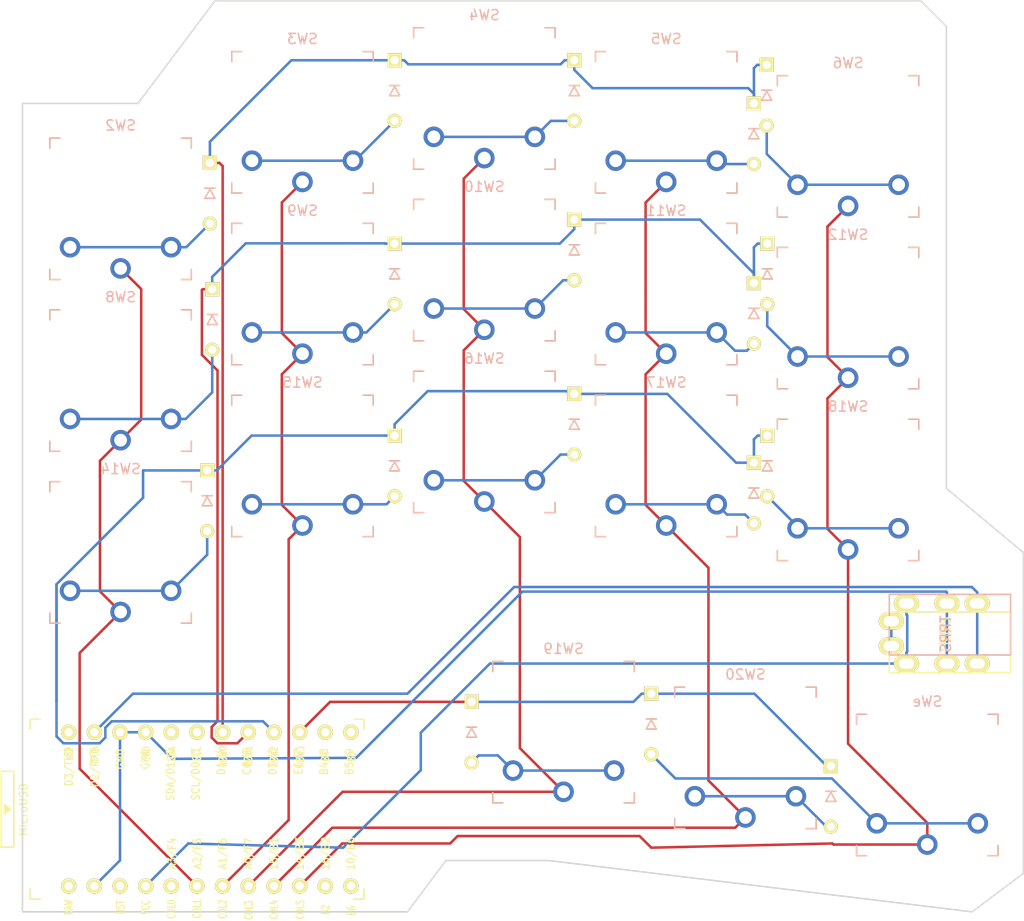
<source format=kicad_pcb>
(kicad_pcb (version 20171130) (host pcbnew "(5.1.5-0-10_14)")

  (general
    (thickness 1.6)
    (drawings 13)
    (tracks 254)
    (zones 0)
    (modules 38)
    (nets 42)
  )

  (page A4)
  (title_block
    (title "Corne Light")
    (date 2018-12-26)
    (rev 2.1)
    (company foostan)
  )

  (layers
    (0 F.Cu signal)
    (31 B.Cu signal)
    (32 B.Adhes user)
    (33 F.Adhes user)
    (34 B.Paste user hide)
    (35 F.Paste user)
    (36 B.SilkS user hide)
    (37 F.SilkS user hide)
    (38 B.Mask user hide)
    (39 F.Mask user hide)
    (40 Dwgs.User user)
    (41 Cmts.User user)
    (42 Eco1.User user)
    (43 Eco2.User user hide)
    (44 Edge.Cuts user)
    (45 Margin user)
    (46 B.CrtYd user)
    (47 F.CrtYd user)
    (48 B.Fab user hide)
    (49 F.Fab user)
  )

  (setup
    (last_trace_width 0.25)
    (user_trace_width 0.5)
    (trace_clearance 0.2)
    (zone_clearance 0.508)
    (zone_45_only no)
    (trace_min 0.2)
    (via_size 0.6)
    (via_drill 0.4)
    (via_min_size 0.4)
    (via_min_drill 0.3)
    (uvia_size 0.3)
    (uvia_drill 0.1)
    (uvias_allowed no)
    (uvia_min_size 0.2)
    (uvia_min_drill 0.1)
    (edge_width 0.15)
    (segment_width 0.15)
    (pcb_text_width 0.3)
    (pcb_text_size 1.5 1.5)
    (mod_edge_width 0.15)
    (mod_text_size 1 1)
    (mod_text_width 0.15)
    (pad_size 1.397 1.397)
    (pad_drill 0.8128)
    (pad_to_mask_clearance 0.2)
    (aux_axis_origin 145.73 12.66)
    (visible_elements FFFFFFFF)
    (pcbplotparams
      (layerselection 0x010f0_ffffffff)
      (usegerberextensions true)
      (usegerberattributes false)
      (usegerberadvancedattributes false)
      (creategerberjobfile false)
      (excludeedgelayer true)
      (linewidth 0.100000)
      (plotframeref false)
      (viasonmask false)
      (mode 1)
      (useauxorigin false)
      (hpglpennumber 1)
      (hpglpenspeed 20)
      (hpglpendiameter 15.000000)
      (psnegative false)
      (psa4output false)
      (plotreference true)
      (plotvalue true)
      (plotinvisibletext false)
      (padsonsilk false)
      (subtractmaskfromsilk false)
      (outputformat 1)
      (mirror false)
      (drillshape 0)
      (scaleselection 1)
      (outputdirectory "gerber/"))
  )

  (net 0 "")
  (net 1 row0)
  (net 2 row1)
  (net 3 "Net-(D2-Pad2)")
  (net 4 row2)
  (net 5 "Net-(D3-Pad2)")
  (net 6 row3)
  (net 7 "Net-(D4-Pad2)")
  (net 8 "Net-(D5-Pad2)")
  (net 9 "Net-(D6-Pad2)")
  (net 10 "Net-(D8-Pad2)")
  (net 11 "Net-(D9-Pad2)")
  (net 12 "Net-(D10-Pad2)")
  (net 13 "Net-(D11-Pad2)")
  (net 14 "Net-(D12-Pad2)")
  (net 15 "Net-(D14-Pad2)")
  (net 16 "Net-(D15-Pad2)")
  (net 17 "Net-(D16-Pad2)")
  (net 18 "Net-(D17-Pad2)")
  (net 19 "Net-(D18-Pad2)")
  (net 20 "Net-(D19-Pad2)")
  (net 21 "Net-(D20-Pad2)")
  (net 22 "Net-(D21-Pad2)")
  (net 23 GND)
  (net 24 VCC)
  (net 25 col0)
  (net 26 col1)
  (net 27 col2)
  (net 28 col3)
  (net 29 col4)
  (net 30 col5)
  (net 31 LED)
  (net 32 data)
  (net 33 reset)
  (net 34 SCL)
  (net 35 SDA)
  (net 36 "Net-(U1-Pad14)")
  (net 37 "Net-(U1-Pad13)")
  (net 38 "Net-(U1-Pad12)")
  (net 39 "Net-(U1-Pad11)")
  (net 40 "Net-(J1-PadA)")
  (net 41 "Net-(U1-Pad24)")

  (net_class Default "これは標準のネット クラスです。"
    (clearance 0.2)
    (trace_width 0.25)
    (via_dia 0.6)
    (via_drill 0.4)
    (uvia_dia 0.3)
    (uvia_drill 0.1)
    (add_net GND)
    (add_net LED)
    (add_net "Net-(D10-Pad2)")
    (add_net "Net-(D11-Pad2)")
    (add_net "Net-(D12-Pad2)")
    (add_net "Net-(D14-Pad2)")
    (add_net "Net-(D15-Pad2)")
    (add_net "Net-(D16-Pad2)")
    (add_net "Net-(D17-Pad2)")
    (add_net "Net-(D18-Pad2)")
    (add_net "Net-(D19-Pad2)")
    (add_net "Net-(D2-Pad2)")
    (add_net "Net-(D20-Pad2)")
    (add_net "Net-(D21-Pad2)")
    (add_net "Net-(D3-Pad2)")
    (add_net "Net-(D4-Pad2)")
    (add_net "Net-(D5-Pad2)")
    (add_net "Net-(D6-Pad2)")
    (add_net "Net-(D8-Pad2)")
    (add_net "Net-(D9-Pad2)")
    (add_net "Net-(J1-PadA)")
    (add_net "Net-(U1-Pad11)")
    (add_net "Net-(U1-Pad12)")
    (add_net "Net-(U1-Pad13)")
    (add_net "Net-(U1-Pad14)")
    (add_net "Net-(U1-Pad24)")
    (add_net SCL)
    (add_net SDA)
    (add_net VCC)
    (add_net col0)
    (add_net col1)
    (add_net col2)
    (add_net col3)
    (add_net col4)
    (add_net col5)
    (add_net data)
    (add_net reset)
    (add_net row0)
    (add_net row1)
    (add_net row2)
    (add_net row3)
  )

  (module "Choc Footprints:SW_PG1350_reversible" (layer F.Cu) (tedit 5DD501D8) (tstamp 5C238820)
    (at 87.84 111.76)
    (descr "Kailh \"Choc\" PG1350 keyswitch, able to be mounted on front or back of PCB")
    (tags kailh,choc)
    (path /5A5E37EC)
    (fp_text reference SW19 (at 4.6 6 180) (layer Dwgs.User) hide
      (effects (font (size 1 1) (thickness 0.15)))
    )
    (fp_text value SW_PUSH (at -0.5 6 180) (layer Dwgs.User) hide
      (effects (font (size 1 1) (thickness 0.15)))
    )
    (fp_text user %R (at 0 0) (layer F.Fab)
      (effects (font (size 1 1) (thickness 0.15)))
    )
    (fp_text user %R (at 0 0) (layer F.Fab)
      (effects (font (size 1 1) (thickness 0.15)))
    )
    (fp_line (start -7.5 7.5) (end -7.5 -7.5) (layer F.Fab) (width 0.15))
    (fp_line (start 7.5 -7.5) (end 7.5 7.5) (layer F.Fab) (width 0.15))
    (fp_line (start 7.5 7.5) (end -7.5 7.5) (layer F.Fab) (width 0.15))
    (fp_line (start -7.5 -7.5) (end 7.5 -7.5) (layer F.Fab) (width 0.15))
    (fp_text user %V (at 0 8.255) (layer B.Fab)
      (effects (font (size 1 1) (thickness 0.15)) (justify mirror))
    )
    (fp_text user %R (at 0 -8.255) (layer B.SilkS)
      (effects (font (size 1 1) (thickness 0.15)) (justify mirror))
    )
    (fp_line (start -7.5 7.5) (end -7.5 -7.5) (layer B.Fab) (width 0.15))
    (fp_line (start 7.5 7.5) (end -7.5 7.5) (layer B.Fab) (width 0.15))
    (fp_line (start 7.5 -7.5) (end 7.5 7.5) (layer B.Fab) (width 0.15))
    (fp_line (start -7.5 -7.5) (end 7.5 -7.5) (layer B.Fab) (width 0.15))
    (fp_line (start -6.9 6.9) (end -6.9 -6.9) (layer Eco2.User) (width 0.15))
    (fp_line (start 6.9 -6.9) (end 6.9 6.9) (layer Eco2.User) (width 0.15))
    (fp_line (start 6.9 -6.9) (end -6.9 -6.9) (layer Eco2.User) (width 0.15))
    (fp_line (start -6.9 6.9) (end 6.9 6.9) (layer Eco2.User) (width 0.15))
    (fp_line (start 7 -7) (end 7 -6) (layer B.SilkS) (width 0.15))
    (fp_line (start 6 -7) (end 7 -7) (layer B.SilkS) (width 0.15))
    (fp_line (start 7 7) (end 6 7) (layer B.SilkS) (width 0.15))
    (fp_line (start 7 6) (end 7 7) (layer B.SilkS) (width 0.15))
    (fp_line (start -7 7) (end -7 6) (layer B.SilkS) (width 0.15))
    (fp_line (start -6 7) (end -7 7) (layer B.SilkS) (width 0.15))
    (fp_line (start -7 -7) (end -6 -7) (layer B.SilkS) (width 0.15))
    (fp_line (start -7 -6) (end -7 -7) (layer B.SilkS) (width 0.15))
    (fp_line (start -2.6 -3.1) (end -2.6 -6.3) (layer Eco2.User) (width 0.15))
    (fp_line (start 2.6 -6.3) (end -2.6 -6.3) (layer Eco2.User) (width 0.15))
    (fp_line (start 2.6 -3.1) (end 2.6 -6.3) (layer Eco2.User) (width 0.15))
    (fp_line (start -2.6 -3.1) (end 2.6 -3.1) (layer Eco2.User) (width 0.15))
    (fp_line (start -7 -7) (end -6 -7) (layer F.SilkS) (width 0.15))
    (fp_line (start -7 -6) (end -7 -7) (layer F.SilkS) (width 0.15))
    (fp_line (start -7 7) (end -7 6) (layer F.SilkS) (width 0.15))
    (fp_line (start -6 7) (end -7 7) (layer F.SilkS) (width 0.15))
    (fp_line (start 7 7) (end 6 7) (layer F.SilkS) (width 0.15))
    (fp_line (start 7 6) (end 7 7) (layer F.SilkS) (width 0.15))
    (fp_line (start 7 -7) (end 7 -6) (layer F.SilkS) (width 0.15))
    (fp_line (start 6 -7) (end 7 -7) (layer F.SilkS) (width 0.15))
    (pad "" np_thru_hole circle (at -5.5 0) (size 1.7018 1.7018) (drill 1.7018) (layers *.Cu *.Mask))
    (pad "" np_thru_hole circle (at 5.5 0) (size 1.7018 1.7018) (drill 1.7018) (layers *.Cu *.Mask))
    (pad "" np_thru_hole circle (at 5.22 -4.2) (size 0.9906 0.9906) (drill 0.9906) (layers *.Cu *.Mask))
    (pad 1 thru_hole circle (at 0 5.9) (size 2.032 2.032) (drill 1.27) (layers *.Cu *.Mask)
      (net 28 col3))
    (pad 2 thru_hole circle (at -5 3.8) (size 2.032 2.032) (drill 1.27) (layers *.Cu *.Mask)
      (net 20 "Net-(D19-Pad2)"))
    (pad "" np_thru_hole circle (at 0 0) (size 3.429 3.429) (drill 3.429) (layers *.Cu *.Mask))
    (pad 2 thru_hole circle (at 5 3.8) (size 2.032 2.032) (drill 1.27) (layers *.Cu *.Mask)
      (net 20 "Net-(D19-Pad2)"))
    (pad "" np_thru_hole circle (at -5.22 -4.2) (size 0.9906 0.9906) (drill 0.9906) (layers *.Cu *.Mask))
  )

  (module "Choc Footprints:SW_PG1350_reversible" (layer F.Cu) (tedit 5DD501D8) (tstamp 5C23884C)
    (at 123.84 116.98)
    (descr "Kailh \"Choc\" PG1350 keyswitch, able to be mounted on front or back of PCB")
    (tags kailh,choc)
    (path /5A5E37B0)
    (fp_text reference SWe (at 4.6 6 180) (layer Dwgs.User) hide
      (effects (font (size 1 1) (thickness 0.15)))
    )
    (fp_text value SW_PUSH (at -0.5 6 180) (layer Dwgs.User) hide
      (effects (font (size 1 1) (thickness 0.15)))
    )
    (fp_line (start 6 -7) (end 7 -7) (layer F.SilkS) (width 0.15))
    (fp_line (start 7 -7) (end 7 -6) (layer F.SilkS) (width 0.15))
    (fp_line (start 7 6) (end 7 7) (layer F.SilkS) (width 0.15))
    (fp_line (start 7 7) (end 6 7) (layer F.SilkS) (width 0.15))
    (fp_line (start -6 7) (end -7 7) (layer F.SilkS) (width 0.15))
    (fp_line (start -7 7) (end -7 6) (layer F.SilkS) (width 0.15))
    (fp_line (start -7 -6) (end -7 -7) (layer F.SilkS) (width 0.15))
    (fp_line (start -7 -7) (end -6 -7) (layer F.SilkS) (width 0.15))
    (fp_line (start -2.6 -3.1) (end 2.6 -3.1) (layer Eco2.User) (width 0.15))
    (fp_line (start 2.6 -3.1) (end 2.6 -6.3) (layer Eco2.User) (width 0.15))
    (fp_line (start 2.6 -6.3) (end -2.6 -6.3) (layer Eco2.User) (width 0.15))
    (fp_line (start -2.6 -3.1) (end -2.6 -6.3) (layer Eco2.User) (width 0.15))
    (fp_line (start -7 -6) (end -7 -7) (layer B.SilkS) (width 0.15))
    (fp_line (start -7 -7) (end -6 -7) (layer B.SilkS) (width 0.15))
    (fp_line (start -6 7) (end -7 7) (layer B.SilkS) (width 0.15))
    (fp_line (start -7 7) (end -7 6) (layer B.SilkS) (width 0.15))
    (fp_line (start 7 6) (end 7 7) (layer B.SilkS) (width 0.15))
    (fp_line (start 7 7) (end 6 7) (layer B.SilkS) (width 0.15))
    (fp_line (start 6 -7) (end 7 -7) (layer B.SilkS) (width 0.15))
    (fp_line (start 7 -7) (end 7 -6) (layer B.SilkS) (width 0.15))
    (fp_line (start -6.9 6.9) (end 6.9 6.9) (layer Eco2.User) (width 0.15))
    (fp_line (start 6.9 -6.9) (end -6.9 -6.9) (layer Eco2.User) (width 0.15))
    (fp_line (start 6.9 -6.9) (end 6.9 6.9) (layer Eco2.User) (width 0.15))
    (fp_line (start -6.9 6.9) (end -6.9 -6.9) (layer Eco2.User) (width 0.15))
    (fp_line (start -7.5 -7.5) (end 7.5 -7.5) (layer B.Fab) (width 0.15))
    (fp_line (start 7.5 -7.5) (end 7.5 7.5) (layer B.Fab) (width 0.15))
    (fp_line (start 7.5 7.5) (end -7.5 7.5) (layer B.Fab) (width 0.15))
    (fp_line (start -7.5 7.5) (end -7.5 -7.5) (layer B.Fab) (width 0.15))
    (fp_text user %R (at 0 -8.255) (layer B.SilkS)
      (effects (font (size 1 1) (thickness 0.15)) (justify mirror))
    )
    (fp_text user %V (at 0 8.255) (layer B.Fab)
      (effects (font (size 1 1) (thickness 0.15)) (justify mirror))
    )
    (fp_line (start -7.5 -7.5) (end 7.5 -7.5) (layer F.Fab) (width 0.15))
    (fp_line (start 7.5 7.5) (end -7.5 7.5) (layer F.Fab) (width 0.15))
    (fp_line (start 7.5 -7.5) (end 7.5 7.5) (layer F.Fab) (width 0.15))
    (fp_line (start -7.5 7.5) (end -7.5 -7.5) (layer F.Fab) (width 0.15))
    (fp_text user %R (at 0 0) (layer F.Fab)
      (effects (font (size 1 1) (thickness 0.15)))
    )
    (fp_text user %R (at 0 0) (layer B.Fab)
      (effects (font (size 1 1) (thickness 0.15)) (justify mirror))
    )
    (pad "" np_thru_hole circle (at -5.22 -4.2) (size 0.9906 0.9906) (drill 0.9906) (layers *.Cu *.Mask))
    (pad 2 thru_hole circle (at 5 3.8) (size 2.032 2.032) (drill 1.27) (layers *.Cu *.Mask)
      (net 22 "Net-(D21-Pad2)"))
    (pad "" np_thru_hole circle (at 0 0) (size 3.429 3.429) (drill 3.429) (layers *.Cu *.Mask))
    (pad 2 thru_hole circle (at -5 3.8) (size 2.032 2.032) (drill 1.27) (layers *.Cu *.Mask)
      (net 22 "Net-(D21-Pad2)"))
    (pad 1 thru_hole circle (at 0 5.9) (size 2.032 2.032) (drill 1.27) (layers *.Cu *.Mask)
      (net 30 col5))
    (pad "" np_thru_hole circle (at 5.22 -4.2) (size 0.9906 0.9906) (drill 0.9906) (layers *.Cu *.Mask))
    (pad "" np_thru_hole circle (at 5.5 0) (size 1.7018 1.7018) (drill 1.7018) (layers *.Cu *.Mask))
    (pad "" np_thru_hole circle (at -5.5 0) (size 1.7018 1.7018) (drill 1.7018) (layers *.Cu *.Mask))
  )

  (module kbd:ProMicro_v3 (layer F.Cu) (tedit 5E3AA86E) (tstamp 5C238F3C)
    (at 53.34 119.38 90)
    (path /5A5E14C2)
    (fp_text reference U1 (at -0.1 -0.05 180) (layer F.SilkS) hide
      (effects (font (size 1 1) (thickness 0.15)))
    )
    (fp_text value ProMicro (at -0.45 -17 90) (layer F.Fab) hide
      (effects (font (size 1 1) (thickness 0.15)))
    )
    (fp_line (start 8.9 14.75) (end 7.89 14.75) (layer F.SilkS) (width 0.15))
    (fp_line (start -8.9 14.75) (end -7.9 14.75) (layer F.SilkS) (width 0.15))
    (fp_line (start 8.9 13.75) (end 8.9 14.75) (layer F.SilkS) (width 0.15))
    (fp_line (start -8.9 13.7) (end -8.9 14.75) (layer F.SilkS) (width 0.15))
    (fp_line (start 8.9 -18.3) (end 7.95 -18.3) (layer F.SilkS) (width 0.15))
    (fp_line (start -8.9 -18.3) (end -7.9 -18.3) (layer F.SilkS) (width 0.15))
    (fp_line (start 8.9 -18.3) (end 8.9 -17.3) (layer F.SilkS) (width 0.15))
    (fp_line (start -8.9 -18.3) (end -8.9 -17.3) (layer F.SilkS) (width 0.15))
    (fp_text user "" (at -1.2065 -16.256 90) (layer B.SilkS)
      (effects (font (size 1 1) (thickness 0.15)) (justify mirror))
    )
    (fp_text user "" (at -0.545 -17.4 90) (layer F.SilkS)
      (effects (font (size 1 1) (thickness 0.15)))
    )
    (fp_line (start -8.9 14.75) (end -8.9 -18.3) (layer F.Fab) (width 0.15))
    (fp_line (start 8.9 14.75) (end -8.9 14.75) (layer F.Fab) (width 0.15))
    (fp_line (start 8.9 -18.3) (end 8.9 14.75) (layer F.Fab) (width 0.15))
    (fp_line (start -8.9 -18.3) (end -3.75 -18.3) (layer F.Fab) (width 0.15))
    (fp_text user RAW (at -9.7155 -14.478 90 unlocked) (layer F.SilkS)
      (effects (font (size 0.75 0.5) (thickness 0.125)))
    )
    (fp_text user GND (at 5.461 -6.7945 90 unlocked) (layer F.SilkS)
      (effects (font (size 0.75 0.5) (thickness 0.125)))
    )
    (fp_text user RST (at -9.7155 -9.3345 90 unlocked) (layer F.SilkS)
      (effects (font (size 0.75 0.5) (thickness 0.125)))
    )
    (fp_text user VCC (at -9.7155 -6.858 90 unlocked) (layer F.SilkS)
      (effects (font (size 0.75 0.5) (thickness 0.125)))
    )
    (fp_text user A3/F4 (at -4.395 -4.25 90 unlocked) (layer F.SilkS)
      (effects (font (size 0.75 0.67) (thickness 0.125)))
    )
    (fp_text user A2/F5 (at -4.395 -1.75 90 unlocked) (layer F.SilkS)
      (effects (font (size 0.75 0.67) (thickness 0.125)))
    )
    (fp_text user A1/F6 (at -4.395 0.75 90 unlocked) (layer F.SilkS)
      (effects (font (size 0.75 0.67) (thickness 0.125)))
    )
    (fp_text user A0/F7 (at -4.395 3.3 90 unlocked) (layer F.SilkS)
      (effects (font (size 0.75 0.67) (thickness 0.125)))
    )
    (fp_text user 15/B1 (at -4.395 5.85 90 unlocked) (layer F.SilkS)
      (effects (font (size 0.75 0.67) (thickness 0.125)))
    )
    (fp_text user 14/B3 (at -4.395 8.4 90 unlocked) (layer F.SilkS)
      (effects (font (size 0.75 0.67) (thickness 0.125)))
    )
    (fp_text user 10/B6 (at -4.395 13.45 90 unlocked) (layer F.SilkS)
      (effects (font (size 0.75 0.67) (thickness 0.125)))
    )
    (fp_text user 16/B2 (at -4.395 10.95 90 unlocked) (layer F.SilkS)
      (effects (font (size 0.75 0.67) (thickness 0.125)))
    )
    (fp_text user E6/7 (at 4.705 8.25 90 unlocked) (layer F.SilkS)
      (effects (font (size 0.75 0.67) (thickness 0.125)))
    )
    (fp_text user D7/6 (at 4.705 5.7 90 unlocked) (layer F.SilkS)
      (effects (font (size 0.75 0.67) (thickness 0.125)))
    )
    (fp_text user GND (at 4.955 -9.35 90 unlocked) (layer F.SilkS)
      (effects (font (size 0.75 0.67) (thickness 0.125)))
    )
    (fp_text user GND (at 4.955 -6.9 90 unlocked) (layer F.SilkS)
      (effects (font (size 0.75 0.67) (thickness 0.125)))
    )
    (fp_text user D3/TX0 (at 4.155 -14.45 90 unlocked) (layer F.SilkS)
      (effects (font (size 0.75 0.67) (thickness 0.125)))
    )
    (fp_text user D4/4 (at 4.705 0.6 90 unlocked) (layer F.SilkS)
      (effects (font (size 0.75 0.67) (thickness 0.125)))
    )
    (fp_text user SDA/D1/2 (at 3.455 -4.4 90 unlocked) (layer F.SilkS)
      (effects (font (size 0.75 0.67) (thickness 0.125)))
    )
    (fp_text user SCL/D0/3 (at 3.455 -1.9 90 unlocked) (layer F.SilkS)
      (effects (font (size 0.75 0.67) (thickness 0.125)))
    )
    (fp_text user C6/5 (at 4.705 3.15 90 unlocked) (layer F.SilkS)
      (effects (font (size 0.75 0.67) (thickness 0.125)))
    )
    (fp_text user B5/9 (at 4.705 13.3 90 unlocked) (layer F.SilkS)
      (effects (font (size 0.75 0.67) (thickness 0.125)))
    )
    (fp_text user D2/RX1 (at 4.155 -11.9 90 unlocked) (layer F.SilkS)
      (effects (font (size 0.75 0.67) (thickness 0.125)))
    )
    (fp_text user B4/8 (at 4.705 10.8 90 unlocked) (layer F.SilkS)
      (effects (font (size 0.75 0.67) (thickness 0.125)))
    )
    (fp_line (start -3.75 -19.6) (end 3.75 -19.6) (layer F.Fab) (width 0.15))
    (fp_line (start 3.75 -19.6) (end 3.75 -18.3) (layer F.Fab) (width 0.15))
    (fp_line (start -3.75 -19.6) (end -3.75 -18.299039) (layer F.Fab) (width 0.15))
    (fp_line (start -3.75 -18.3) (end 3.75 -18.3) (layer F.Fab) (width 0.15))
    (fp_line (start 3.76 -18.3) (end 8.9 -18.3) (layer F.Fab) (width 0.15))
    (fp_line (start -3.75 -21.2) (end -3.75 -19.9) (layer F.SilkS) (width 0.15))
    (fp_line (start -3.75 -19.9) (end 3.75 -19.9) (layer F.SilkS) (width 0.15))
    (fp_line (start 3.75 -19.9) (end 3.75 -21.2) (layer F.SilkS) (width 0.15))
    (fp_line (start 3.75 -21.2) (end -3.75 -21.2) (layer F.SilkS) (width 0.15))
    (fp_line (start -0.5 -20.85) (end 0.5 -20.85) (layer F.SilkS) (width 0.15))
    (fp_line (start 0.5 -20.85) (end 0 -20.2) (layer F.SilkS) (width 0.15))
    (fp_line (start 0 -20.2) (end -0.5 -20.85) (layer F.SilkS) (width 0.15))
    (fp_line (start -0.35 -20.7) (end 0.35 -20.7) (layer F.SilkS) (width 0.15))
    (fp_line (start -0.25 -20.55) (end 0.25 -20.55) (layer F.SilkS) (width 0.15))
    (fp_line (start -0.15 -20.4) (end 0.15 -20.4) (layer F.SilkS) (width 0.15))
    (fp_text user MicroUSB (at -0.05 -18.95 90) (layer F.SilkS)
      (effects (font (size 0.75 0.75) (thickness 0.12)))
    )
    (fp_text user LED (at 5.5 -14.478 90) (layer F.SilkS)
      (effects (font (size 0.75 0.5) (thickness 0.125)))
    )
    (fp_text user DATA (at 5.35 -11.95 90) (layer F.SilkS)
      (effects (font (size 0.75 0.5) (thickness 0.125)))
    )
    (fp_text user COL3 (at -10 3.35 90) (layer F.SilkS)
      (effects (font (size 0.75 0.5) (thickness 0.125)))
    )
    (fp_text user ROW0 (at 5.2 0.8 90) (layer F.SilkS)
      (effects (font (size 0.75 0.5) (thickness 0.125)))
    )
    (fp_text user COL2 (at -9.9 0.762 90) (layer F.SilkS)
      (effects (font (size 0.75 0.5) (thickness 0.125)))
    )
    (fp_text user SCL (at 5.461 -1.778 90) (layer F.SilkS)
      (effects (font (size 0.75 0.5) (thickness 0.125)))
    )
    (fp_text user COL1 (at -9.85 -1.778 90) (layer F.SilkS)
      (effects (font (size 0.75 0.5) (thickness 0.125)))
    )
    (fp_text user SDA (at 5.461 -4.318 90) (layer F.SilkS)
      (effects (font (size 0.75 0.5) (thickness 0.125)))
    )
    (fp_text user COL0 (at -9.9 -4.3 90) (layer F.SilkS)
      (effects (font (size 0.75 0.5) (thickness 0.125)))
    )
    (fp_text user B6 (at -10.05 13.5 90) (layer F.SilkS)
      (effects (font (size 0.75 0.5) (thickness 0.125)))
    )
    (fp_text user B5 (at 5.2 13.5255 90) (layer F.SilkS)
      (effects (font (size 0.75 0.5) (thickness 0.125)))
    )
    (fp_text user B4 (at 5.2 10.922 90) (layer F.SilkS)
      (effects (font (size 0.75 0.5) (thickness 0.125)))
    )
    (fp_text user B2 (at -9.95 10.95 90) (layer F.SilkS)
      (effects (font (size 0.75 0.5) (thickness 0.125)))
    )
    (fp_text user ROW3 (at 5.2 8.4455 90) (layer F.SilkS)
      (effects (font (size 0.75 0.5) (thickness 0.125)))
    )
    (fp_text user COL5 (at -9.95 8.4455 90) (layer F.SilkS)
      (effects (font (size 0.75 0.5) (thickness 0.125)))
    )
    (fp_text user ROW2 (at 5.2 5.85 90) (layer F.SilkS)
      (effects (font (size 0.75 0.5) (thickness 0.125)))
    )
    (fp_text user COL4 (at -9.95 5.85 90) (layer F.SilkS)
      (effects (font (size 0.75 0.5) (thickness 0.125)))
    )
    (fp_text user ROW1 (at 5.25 3.302 90) (layer F.SilkS)
      (effects (font (size 0.75 0.5) (thickness 0.125)))
    )
    (pad 24 thru_hole circle (at -7.6086 -14.478 90) (size 1.524 1.524) (drill 0.8128) (layers *.Cu *.Mask F.SilkS)
      (net 41 "Net-(U1-Pad24)"))
    (pad 23 thru_hole circle (at -7.6086 -11.938 90) (size 1.524 1.524) (drill 0.8128) (layers *.Cu *.Mask F.SilkS)
      (net 23 GND))
    (pad 22 thru_hole circle (at -7.6086 -9.398 90) (size 1.524 1.524) (drill 0.8128) (layers *.Cu *.Mask F.SilkS)
      (net 33 reset))
    (pad 21 thru_hole circle (at -7.6086 -6.858 90) (size 1.524 1.524) (drill 0.8128) (layers *.Cu *.Mask F.SilkS)
      (net 24 VCC))
    (pad 20 thru_hole circle (at -7.6086 -4.318 90) (size 1.524 1.524) (drill 0.8128) (layers *.Cu *.Mask F.SilkS)
      (net 25 col0))
    (pad 19 thru_hole circle (at -7.6086 -1.778 90) (size 1.524 1.524) (drill 0.8128) (layers *.Cu *.Mask F.SilkS)
      (net 26 col1))
    (pad 18 thru_hole circle (at -7.6086 0.762 90) (size 1.524 1.524) (drill 0.8128) (layers *.Cu *.Mask F.SilkS)
      (net 27 col2))
    (pad 17 thru_hole circle (at -7.6086 3.302 90) (size 1.524 1.524) (drill 0.8128) (layers *.Cu *.Mask F.SilkS)
      (net 28 col3))
    (pad 16 thru_hole circle (at -7.6086 5.842 90) (size 1.524 1.524) (drill 0.8128) (layers *.Cu *.Mask F.SilkS)
      (net 29 col4))
    (pad 15 thru_hole circle (at -7.6086 8.382 90) (size 1.524 1.524) (drill 0.8128) (layers *.Cu *.Mask F.SilkS)
      (net 30 col5))
    (pad 14 thru_hole circle (at -7.6086 10.922 90) (size 1.524 1.524) (drill 0.8128) (layers *.Cu *.Mask F.SilkS)
      (net 36 "Net-(U1-Pad14)"))
    (pad 13 thru_hole circle (at -7.6086 13.462 90) (size 1.524 1.524) (drill 0.8128) (layers *.Cu *.Mask F.SilkS)
      (net 37 "Net-(U1-Pad13)"))
    (pad 12 thru_hole circle (at 7.6114 13.462 90) (size 1.524 1.524) (drill 0.8128) (layers *.Cu *.Mask F.SilkS)
      (net 38 "Net-(U1-Pad12)"))
    (pad 11 thru_hole circle (at 7.6114 10.922 90) (size 1.524 1.524) (drill 0.8128) (layers *.Cu *.Mask F.SilkS)
      (net 39 "Net-(U1-Pad11)"))
    (pad 10 thru_hole circle (at 7.6114 8.382 90) (size 1.524 1.524) (drill 0.8128) (layers *.Cu *.Mask F.SilkS)
      (net 6 row3))
    (pad 9 thru_hole circle (at 7.6114 5.842 90) (size 1.524 1.524) (drill 0.8128) (layers *.Cu *.Mask F.SilkS)
      (net 4 row2))
    (pad 8 thru_hole circle (at 7.6114 3.302 90) (size 1.524 1.524) (drill 0.8128) (layers *.Cu *.Mask F.SilkS)
      (net 2 row1))
    (pad 7 thru_hole circle (at 7.6114 0.762 90) (size 1.524 1.524) (drill 0.8128) (layers *.Cu *.Mask F.SilkS)
      (net 1 row0))
    (pad 6 thru_hole circle (at 7.6114 -1.778 90) (size 1.524 1.524) (drill 0.8128) (layers *.Cu *.Mask F.SilkS)
      (net 34 SCL))
    (pad 5 thru_hole circle (at 7.6114 -4.318 90) (size 1.524 1.524) (drill 0.8128) (layers *.Cu *.Mask F.SilkS)
      (net 35 SDA))
    (pad 4 thru_hole circle (at 7.6114 -6.858 90) (size 1.524 1.524) (drill 0.8128) (layers *.Cu *.Mask F.SilkS)
      (net 23 GND))
    (pad 3 thru_hole circle (at 7.6114 -9.398 90) (size 1.524 1.524) (drill 0.8128) (layers *.Cu *.Mask F.SilkS)
      (net 23 GND))
    (pad 2 thru_hole circle (at 7.6114 -11.938 90) (size 1.524 1.524) (drill 0.8128) (layers *.Cu *.Mask F.SilkS)
      (net 32 data))
    (pad 1 thru_hole circle (at 7.6114 -14.478 90) (size 1.524 1.524) (drill 0.8128) (layers *.Cu *.Mask F.SilkS)
      (net 31 LED))
  )

  (module "Choc Footprints:SW_PG1350_reversible" (layer F.Cu) (tedit 5DD501D8) (tstamp 5C238836)
    (at 105.84 114.3)
    (descr "Kailh \"Choc\" PG1350 keyswitch, able to be mounted on front or back of PCB")
    (tags kailh,choc)
    (path /5A5E37A4)
    (fp_text reference SW20 (at 4.600001 6) (layer Dwgs.User) hide
      (effects (font (size 1 1) (thickness 0.15)))
    )
    (fp_text value SW_PUSH (at -0.5 6) (layer Dwgs.User) hide
      (effects (font (size 1 1) (thickness 0.15)))
    )
    (fp_text user %R (at 0 0) (layer F.Fab)
      (effects (font (size 1 1) (thickness 0.15)))
    )
    (fp_text user %R (at 0 0) (layer F.Fab)
      (effects (font (size 1 1) (thickness 0.15)))
    )
    (fp_line (start -7.5 7.5) (end -7.5 -7.5) (layer F.Fab) (width 0.15))
    (fp_line (start 7.5 -7.5) (end 7.5 7.5) (layer F.Fab) (width 0.15))
    (fp_line (start 7.5 7.5) (end -7.5 7.5) (layer F.Fab) (width 0.15))
    (fp_line (start -7.5 -7.5) (end 7.5 -7.5) (layer F.Fab) (width 0.15))
    (fp_text user %V (at 0 8.255) (layer B.Fab)
      (effects (font (size 1 1) (thickness 0.15)) (justify mirror))
    )
    (fp_text user %R (at 0 -8.255) (layer B.SilkS)
      (effects (font (size 1 1) (thickness 0.15)) (justify mirror))
    )
    (fp_line (start -7.5 7.5) (end -7.5 -7.5) (layer B.Fab) (width 0.15))
    (fp_line (start 7.5 7.5) (end -7.5 7.5) (layer B.Fab) (width 0.15))
    (fp_line (start 7.5 -7.5) (end 7.5 7.5) (layer B.Fab) (width 0.15))
    (fp_line (start -7.5 -7.5) (end 7.5 -7.5) (layer B.Fab) (width 0.15))
    (fp_line (start -6.9 6.9) (end -6.9 -6.9) (layer Eco2.User) (width 0.15))
    (fp_line (start 6.9 -6.9) (end 6.9 6.9) (layer Eco2.User) (width 0.15))
    (fp_line (start 6.9 -6.9) (end -6.9 -6.9) (layer Eco2.User) (width 0.15))
    (fp_line (start -6.9 6.9) (end 6.9 6.9) (layer Eco2.User) (width 0.15))
    (fp_line (start 7 -7) (end 7 -6) (layer B.SilkS) (width 0.15))
    (fp_line (start 6 -7) (end 7 -7) (layer B.SilkS) (width 0.15))
    (fp_line (start 7 7) (end 6 7) (layer B.SilkS) (width 0.15))
    (fp_line (start 7 6) (end 7 7) (layer B.SilkS) (width 0.15))
    (fp_line (start -7 7) (end -7 6) (layer B.SilkS) (width 0.15))
    (fp_line (start -6 7) (end -7 7) (layer B.SilkS) (width 0.15))
    (fp_line (start -7 -7) (end -6 -7) (layer B.SilkS) (width 0.15))
    (fp_line (start -7 -6) (end -7 -7) (layer B.SilkS) (width 0.15))
    (fp_line (start -2.6 -3.1) (end -2.6 -6.3) (layer Eco2.User) (width 0.15))
    (fp_line (start 2.6 -6.3) (end -2.6 -6.3) (layer Eco2.User) (width 0.15))
    (fp_line (start 2.6 -3.1) (end 2.6 -6.3) (layer Eco2.User) (width 0.15))
    (fp_line (start -2.6 -3.1) (end 2.6 -3.1) (layer Eco2.User) (width 0.15))
    (fp_line (start -7 -7) (end -6 -7) (layer F.SilkS) (width 0.15))
    (fp_line (start -7 -6) (end -7 -7) (layer F.SilkS) (width 0.15))
    (fp_line (start -7 7) (end -7 6) (layer F.SilkS) (width 0.15))
    (fp_line (start -6 7) (end -7 7) (layer F.SilkS) (width 0.15))
    (fp_line (start 7 7) (end 6 7) (layer F.SilkS) (width 0.15))
    (fp_line (start 7 6) (end 7 7) (layer F.SilkS) (width 0.15))
    (fp_line (start 7 -7) (end 7 -6) (layer F.SilkS) (width 0.15))
    (fp_line (start 6 -7) (end 7 -7) (layer F.SilkS) (width 0.15))
    (pad "" np_thru_hole circle (at -5.5 0) (size 1.7018 1.7018) (drill 1.7018) (layers *.Cu *.Mask))
    (pad "" np_thru_hole circle (at 5.5 0) (size 1.7018 1.7018) (drill 1.7018) (layers *.Cu *.Mask))
    (pad "" np_thru_hole circle (at 5.22 -4.2) (size 0.9906 0.9906) (drill 0.9906) (layers *.Cu *.Mask))
    (pad 1 thru_hole circle (at 0 5.9) (size 2.032 2.032) (drill 1.27) (layers *.Cu *.Mask)
      (net 29 col4))
    (pad 2 thru_hole circle (at -5 3.8) (size 2.032 2.032) (drill 1.27) (layers *.Cu *.Mask)
      (net 21 "Net-(D20-Pad2)"))
    (pad "" np_thru_hole circle (at 0 0) (size 3.429 3.429) (drill 3.429) (layers *.Cu *.Mask))
    (pad 2 thru_hole circle (at 5 3.8) (size 2.032 2.032) (drill 1.27) (layers *.Cu *.Mask)
      (net 21 "Net-(D20-Pad2)"))
    (pad "" np_thru_hole circle (at -5.22 -4.2) (size 0.9906 0.9906) (drill 0.9906) (layers *.Cu *.Mask))
  )

  (module "Choc Footprints:SW_PG1350_reversible" (layer F.Cu) (tedit 5DD501D8) (tstamp 5C2387F4)
    (at 98 85.405)
    (descr "Kailh \"Choc\" PG1350 keyswitch, able to be mounted on front or back of PCB")
    (tags kailh,choc)
    (path /5A5E35CF)
    (fp_text reference SW17 (at 4.6 6 180) (layer Dwgs.User) hide
      (effects (font (size 1 1) (thickness 0.15)))
    )
    (fp_text value SW_PUSH (at -0.5 6 180) (layer Dwgs.User) hide
      (effects (font (size 1 1) (thickness 0.15)))
    )
    (fp_text user %R (at 0 0) (layer F.Fab)
      (effects (font (size 1 1) (thickness 0.15)))
    )
    (fp_text user %R (at 0 0) (layer F.Fab)
      (effects (font (size 1 1) (thickness 0.15)))
    )
    (fp_line (start -7.5 7.5) (end -7.5 -7.5) (layer F.Fab) (width 0.15))
    (fp_line (start 7.5 -7.5) (end 7.5 7.5) (layer F.Fab) (width 0.15))
    (fp_line (start 7.5 7.5) (end -7.5 7.5) (layer F.Fab) (width 0.15))
    (fp_line (start -7.5 -7.5) (end 7.5 -7.5) (layer F.Fab) (width 0.15))
    (fp_text user %V (at 0 8.255) (layer B.Fab)
      (effects (font (size 1 1) (thickness 0.15)) (justify mirror))
    )
    (fp_text user %R (at 0 -8.255) (layer B.SilkS)
      (effects (font (size 1 1) (thickness 0.15)) (justify mirror))
    )
    (fp_line (start -7.5 7.5) (end -7.5 -7.5) (layer B.Fab) (width 0.15))
    (fp_line (start 7.5 7.5) (end -7.5 7.5) (layer B.Fab) (width 0.15))
    (fp_line (start 7.5 -7.5) (end 7.5 7.5) (layer B.Fab) (width 0.15))
    (fp_line (start -7.5 -7.5) (end 7.5 -7.5) (layer B.Fab) (width 0.15))
    (fp_line (start -6.9 6.9) (end -6.9 -6.9) (layer Eco2.User) (width 0.15))
    (fp_line (start 6.9 -6.9) (end 6.9 6.9) (layer Eco2.User) (width 0.15))
    (fp_line (start 6.9 -6.9) (end -6.9 -6.9) (layer Eco2.User) (width 0.15))
    (fp_line (start -6.9 6.9) (end 6.9 6.9) (layer Eco2.User) (width 0.15))
    (fp_line (start 7 -7) (end 7 -6) (layer B.SilkS) (width 0.15))
    (fp_line (start 6 -7) (end 7 -7) (layer B.SilkS) (width 0.15))
    (fp_line (start 7 7) (end 6 7) (layer B.SilkS) (width 0.15))
    (fp_line (start 7 6) (end 7 7) (layer B.SilkS) (width 0.15))
    (fp_line (start -7 7) (end -7 6) (layer B.SilkS) (width 0.15))
    (fp_line (start -6 7) (end -7 7) (layer B.SilkS) (width 0.15))
    (fp_line (start -7 -7) (end -6 -7) (layer B.SilkS) (width 0.15))
    (fp_line (start -7 -6) (end -7 -7) (layer B.SilkS) (width 0.15))
    (fp_line (start -2.6 -3.1) (end -2.6 -6.3) (layer Eco2.User) (width 0.15))
    (fp_line (start 2.6 -6.3) (end -2.6 -6.3) (layer Eco2.User) (width 0.15))
    (fp_line (start 2.6 -3.1) (end 2.6 -6.3) (layer Eco2.User) (width 0.15))
    (fp_line (start -2.6 -3.1) (end 2.6 -3.1) (layer Eco2.User) (width 0.15))
    (fp_line (start -7 -7) (end -6 -7) (layer F.SilkS) (width 0.15))
    (fp_line (start -7 -6) (end -7 -7) (layer F.SilkS) (width 0.15))
    (fp_line (start -7 7) (end -7 6) (layer F.SilkS) (width 0.15))
    (fp_line (start -6 7) (end -7 7) (layer F.SilkS) (width 0.15))
    (fp_line (start 7 7) (end 6 7) (layer F.SilkS) (width 0.15))
    (fp_line (start 7 6) (end 7 7) (layer F.SilkS) (width 0.15))
    (fp_line (start 7 -7) (end 7 -6) (layer F.SilkS) (width 0.15))
    (fp_line (start 6 -7) (end 7 -7) (layer F.SilkS) (width 0.15))
    (pad "" np_thru_hole circle (at -5.5 0) (size 1.7018 1.7018) (drill 1.7018) (layers *.Cu *.Mask))
    (pad "" np_thru_hole circle (at 5.5 0) (size 1.7018 1.7018) (drill 1.7018) (layers *.Cu *.Mask))
    (pad "" np_thru_hole circle (at 5.22 -4.2) (size 0.9906 0.9906) (drill 0.9906) (layers *.Cu *.Mask))
    (pad 1 thru_hole circle (at 0 5.9) (size 2.032 2.032) (drill 1.27) (layers *.Cu *.Mask)
      (net 29 col4))
    (pad 2 thru_hole circle (at -5 3.8) (size 2.032 2.032) (drill 1.27) (layers *.Cu *.Mask)
      (net 18 "Net-(D17-Pad2)"))
    (pad "" np_thru_hole circle (at 0 0) (size 3.429 3.429) (drill 3.429) (layers *.Cu *.Mask))
    (pad 2 thru_hole circle (at 5 3.8) (size 2.032 2.032) (drill 1.27) (layers *.Cu *.Mask)
      (net 18 "Net-(D17-Pad2)"))
    (pad "" np_thru_hole circle (at -5.22 -4.2) (size 0.9906 0.9906) (drill 0.9906) (layers *.Cu *.Mask))
  )

  (module "Choc Footprints:SW_PG1350_reversible" (layer F.Cu) (tedit 5DD501D8) (tstamp 5C2387DE)
    (at 80 83.03)
    (descr "Kailh \"Choc\" PG1350 keyswitch, able to be mounted on front or back of PCB")
    (tags kailh,choc)
    (path /5A5E35C9)
    (fp_text reference SW16 (at 4.6 6 180) (layer Dwgs.User) hide
      (effects (font (size 1 1) (thickness 0.15)))
    )
    (fp_text value SW_PUSH (at -0.5 6 180) (layer Dwgs.User) hide
      (effects (font (size 1 1) (thickness 0.15)))
    )
    (fp_text user %R (at 0 0) (layer F.Fab)
      (effects (font (size 1 1) (thickness 0.15)))
    )
    (fp_text user %R (at 0 0) (layer F.Fab)
      (effects (font (size 1 1) (thickness 0.15)))
    )
    (fp_line (start -7.5 7.5) (end -7.5 -7.5) (layer F.Fab) (width 0.15))
    (fp_line (start 7.5 -7.5) (end 7.5 7.5) (layer F.Fab) (width 0.15))
    (fp_line (start 7.5 7.5) (end -7.5 7.5) (layer F.Fab) (width 0.15))
    (fp_line (start -7.5 -7.5) (end 7.5 -7.5) (layer F.Fab) (width 0.15))
    (fp_text user %V (at 0 8.255) (layer B.Fab)
      (effects (font (size 1 1) (thickness 0.15)) (justify mirror))
    )
    (fp_text user %R (at 0 -8.255) (layer B.SilkS)
      (effects (font (size 1 1) (thickness 0.15)) (justify mirror))
    )
    (fp_line (start -7.5 7.5) (end -7.5 -7.5) (layer B.Fab) (width 0.15))
    (fp_line (start 7.5 7.5) (end -7.5 7.5) (layer B.Fab) (width 0.15))
    (fp_line (start 7.5 -7.5) (end 7.5 7.5) (layer B.Fab) (width 0.15))
    (fp_line (start -7.5 -7.5) (end 7.5 -7.5) (layer B.Fab) (width 0.15))
    (fp_line (start -6.9 6.9) (end -6.9 -6.9) (layer Eco2.User) (width 0.15))
    (fp_line (start 6.9 -6.9) (end 6.9 6.9) (layer Eco2.User) (width 0.15))
    (fp_line (start 6.9 -6.9) (end -6.9 -6.9) (layer Eco2.User) (width 0.15))
    (fp_line (start -6.9 6.9) (end 6.9 6.9) (layer Eco2.User) (width 0.15))
    (fp_line (start 7 -7) (end 7 -6) (layer B.SilkS) (width 0.15))
    (fp_line (start 6 -7) (end 7 -7) (layer B.SilkS) (width 0.15))
    (fp_line (start 7 7) (end 6 7) (layer B.SilkS) (width 0.15))
    (fp_line (start 7 6) (end 7 7) (layer B.SilkS) (width 0.15))
    (fp_line (start -7 7) (end -7 6) (layer B.SilkS) (width 0.15))
    (fp_line (start -6 7) (end -7 7) (layer B.SilkS) (width 0.15))
    (fp_line (start -7 -7) (end -6 -7) (layer B.SilkS) (width 0.15))
    (fp_line (start -7 -6) (end -7 -7) (layer B.SilkS) (width 0.15))
    (fp_line (start -2.6 -3.1) (end -2.6 -6.3) (layer Eco2.User) (width 0.15))
    (fp_line (start 2.6 -6.3) (end -2.6 -6.3) (layer Eco2.User) (width 0.15))
    (fp_line (start 2.6 -3.1) (end 2.6 -6.3) (layer Eco2.User) (width 0.15))
    (fp_line (start -2.6 -3.1) (end 2.6 -3.1) (layer Eco2.User) (width 0.15))
    (fp_line (start -7 -7) (end -6 -7) (layer F.SilkS) (width 0.15))
    (fp_line (start -7 -6) (end -7 -7) (layer F.SilkS) (width 0.15))
    (fp_line (start -7 7) (end -7 6) (layer F.SilkS) (width 0.15))
    (fp_line (start -6 7) (end -7 7) (layer F.SilkS) (width 0.15))
    (fp_line (start 7 7) (end 6 7) (layer F.SilkS) (width 0.15))
    (fp_line (start 7 6) (end 7 7) (layer F.SilkS) (width 0.15))
    (fp_line (start 7 -7) (end 7 -6) (layer F.SilkS) (width 0.15))
    (fp_line (start 6 -7) (end 7 -7) (layer F.SilkS) (width 0.15))
    (pad "" np_thru_hole circle (at -5.5 0) (size 1.7018 1.7018) (drill 1.7018) (layers *.Cu *.Mask))
    (pad "" np_thru_hole circle (at 5.5 0) (size 1.7018 1.7018) (drill 1.7018) (layers *.Cu *.Mask))
    (pad "" np_thru_hole circle (at 5.22 -4.2) (size 0.9906 0.9906) (drill 0.9906) (layers *.Cu *.Mask))
    (pad 1 thru_hole circle (at 0 5.9) (size 2.032 2.032) (drill 1.27) (layers *.Cu *.Mask)
      (net 28 col3))
    (pad 2 thru_hole circle (at -5 3.8) (size 2.032 2.032) (drill 1.27) (layers *.Cu *.Mask)
      (net 17 "Net-(D16-Pad2)"))
    (pad "" np_thru_hole circle (at 0 0) (size 3.429 3.429) (drill 3.429) (layers *.Cu *.Mask))
    (pad 2 thru_hole circle (at 5 3.8) (size 2.032 2.032) (drill 1.27) (layers *.Cu *.Mask)
      (net 17 "Net-(D16-Pad2)"))
    (pad "" np_thru_hole circle (at -5.22 -4.2) (size 0.9906 0.9906) (drill 0.9906) (layers *.Cu *.Mask))
  )

  (module "Choc Footprints:SW_PG1350_reversible" (layer F.Cu) (tedit 5DD501D8) (tstamp 5C2387C8)
    (at 62 85.405)
    (descr "Kailh \"Choc\" PG1350 keyswitch, able to be mounted on front or back of PCB")
    (tags kailh,choc)
    (path /5A5E35BD)
    (fp_text reference SW15 (at 4.6 6 180) (layer Dwgs.User) hide
      (effects (font (size 1 1) (thickness 0.15)))
    )
    (fp_text value SW_PUSH (at -0.5 6 180) (layer Dwgs.User) hide
      (effects (font (size 1 1) (thickness 0.15)))
    )
    (fp_text user %R (at 0 0) (layer F.Fab)
      (effects (font (size 1 1) (thickness 0.15)))
    )
    (fp_text user %R (at 0 0) (layer F.Fab)
      (effects (font (size 1 1) (thickness 0.15)))
    )
    (fp_line (start -7.5 7.5) (end -7.5 -7.5) (layer F.Fab) (width 0.15))
    (fp_line (start 7.5 -7.5) (end 7.5 7.5) (layer F.Fab) (width 0.15))
    (fp_line (start 7.5 7.5) (end -7.5 7.5) (layer F.Fab) (width 0.15))
    (fp_line (start -7.5 -7.5) (end 7.5 -7.5) (layer F.Fab) (width 0.15))
    (fp_text user %V (at 0 8.255) (layer B.Fab)
      (effects (font (size 1 1) (thickness 0.15)) (justify mirror))
    )
    (fp_text user %R (at 0 -8.255) (layer B.SilkS)
      (effects (font (size 1 1) (thickness 0.15)) (justify mirror))
    )
    (fp_line (start -7.5 7.5) (end -7.5 -7.5) (layer B.Fab) (width 0.15))
    (fp_line (start 7.5 7.5) (end -7.5 7.5) (layer B.Fab) (width 0.15))
    (fp_line (start 7.5 -7.5) (end 7.5 7.5) (layer B.Fab) (width 0.15))
    (fp_line (start -7.5 -7.5) (end 7.5 -7.5) (layer B.Fab) (width 0.15))
    (fp_line (start -6.9 6.9) (end -6.9 -6.9) (layer Eco2.User) (width 0.15))
    (fp_line (start 6.9 -6.9) (end 6.9 6.9) (layer Eco2.User) (width 0.15))
    (fp_line (start 6.9 -6.9) (end -6.9 -6.9) (layer Eco2.User) (width 0.15))
    (fp_line (start -6.9 6.9) (end 6.9 6.9) (layer Eco2.User) (width 0.15))
    (fp_line (start 7 -7) (end 7 -6) (layer B.SilkS) (width 0.15))
    (fp_line (start 6 -7) (end 7 -7) (layer B.SilkS) (width 0.15))
    (fp_line (start 7 7) (end 6 7) (layer B.SilkS) (width 0.15))
    (fp_line (start 7 6) (end 7 7) (layer B.SilkS) (width 0.15))
    (fp_line (start -7 7) (end -7 6) (layer B.SilkS) (width 0.15))
    (fp_line (start -6 7) (end -7 7) (layer B.SilkS) (width 0.15))
    (fp_line (start -7 -7) (end -6 -7) (layer B.SilkS) (width 0.15))
    (fp_line (start -7 -6) (end -7 -7) (layer B.SilkS) (width 0.15))
    (fp_line (start -2.6 -3.1) (end -2.6 -6.3) (layer Eco2.User) (width 0.15))
    (fp_line (start 2.6 -6.3) (end -2.6 -6.3) (layer Eco2.User) (width 0.15))
    (fp_line (start 2.6 -3.1) (end 2.6 -6.3) (layer Eco2.User) (width 0.15))
    (fp_line (start -2.6 -3.1) (end 2.6 -3.1) (layer Eco2.User) (width 0.15))
    (fp_line (start -7 -7) (end -6 -7) (layer F.SilkS) (width 0.15))
    (fp_line (start -7 -6) (end -7 -7) (layer F.SilkS) (width 0.15))
    (fp_line (start -7 7) (end -7 6) (layer F.SilkS) (width 0.15))
    (fp_line (start -6 7) (end -7 7) (layer F.SilkS) (width 0.15))
    (fp_line (start 7 7) (end 6 7) (layer F.SilkS) (width 0.15))
    (fp_line (start 7 6) (end 7 7) (layer F.SilkS) (width 0.15))
    (fp_line (start 7 -7) (end 7 -6) (layer F.SilkS) (width 0.15))
    (fp_line (start 6 -7) (end 7 -7) (layer F.SilkS) (width 0.15))
    (pad "" np_thru_hole circle (at -5.5 0) (size 1.7018 1.7018) (drill 1.7018) (layers *.Cu *.Mask))
    (pad "" np_thru_hole circle (at 5.5 0) (size 1.7018 1.7018) (drill 1.7018) (layers *.Cu *.Mask))
    (pad "" np_thru_hole circle (at 5.22 -4.2) (size 0.9906 0.9906) (drill 0.9906) (layers *.Cu *.Mask))
    (pad 1 thru_hole circle (at 0 5.9) (size 2.032 2.032) (drill 1.27) (layers *.Cu *.Mask)
      (net 27 col2))
    (pad 2 thru_hole circle (at -5 3.8) (size 2.032 2.032) (drill 1.27) (layers *.Cu *.Mask)
      (net 16 "Net-(D15-Pad2)"))
    (pad "" np_thru_hole circle (at 0 0) (size 3.429 3.429) (drill 3.429) (layers *.Cu *.Mask))
    (pad 2 thru_hole circle (at 5 3.8) (size 2.032 2.032) (drill 1.27) (layers *.Cu *.Mask)
      (net 16 "Net-(D15-Pad2)"))
    (pad "" np_thru_hole circle (at -5.22 -4.2) (size 0.9906 0.9906) (drill 0.9906) (layers *.Cu *.Mask))
  )

  (module "Choc Footprints:SW_PG1350_reversible" (layer F.Cu) (tedit 5DD501D8) (tstamp 5C2387B2)
    (at 44 93.965)
    (descr "Kailh \"Choc\" PG1350 keyswitch, able to be mounted on front or back of PCB")
    (tags kailh,choc)
    (path /5A5E35B1)
    (fp_text reference SW14 (at 4.6 6 180) (layer Dwgs.User) hide
      (effects (font (size 1 1) (thickness 0.15)))
    )
    (fp_text value SW_PUSH (at -0.5 6 180) (layer Dwgs.User) hide
      (effects (font (size 1 1) (thickness 0.15)))
    )
    (fp_line (start 6 -7) (end 7 -7) (layer F.SilkS) (width 0.15))
    (fp_line (start 7 -7) (end 7 -6) (layer F.SilkS) (width 0.15))
    (fp_line (start 7 6) (end 7 7) (layer F.SilkS) (width 0.15))
    (fp_line (start 7 7) (end 6 7) (layer F.SilkS) (width 0.15))
    (fp_line (start -6 7) (end -7 7) (layer F.SilkS) (width 0.15))
    (fp_line (start -7 7) (end -7 6) (layer F.SilkS) (width 0.15))
    (fp_line (start -7 -6) (end -7 -7) (layer F.SilkS) (width 0.15))
    (fp_line (start -7 -7) (end -6 -7) (layer F.SilkS) (width 0.15))
    (fp_line (start -2.6 -3.1) (end 2.6 -3.1) (layer Eco2.User) (width 0.15))
    (fp_line (start 2.6 -3.1) (end 2.6 -6.3) (layer Eco2.User) (width 0.15))
    (fp_line (start 2.6 -6.3) (end -2.6 -6.3) (layer Eco2.User) (width 0.15))
    (fp_line (start -2.6 -3.1) (end -2.6 -6.3) (layer Eco2.User) (width 0.15))
    (fp_line (start -7 -6) (end -7 -7) (layer B.SilkS) (width 0.15))
    (fp_line (start -7 -7) (end -6 -7) (layer B.SilkS) (width 0.15))
    (fp_line (start -6 7) (end -7 7) (layer B.SilkS) (width 0.15))
    (fp_line (start -7 7) (end -7 6) (layer B.SilkS) (width 0.15))
    (fp_line (start 7 6) (end 7 7) (layer B.SilkS) (width 0.15))
    (fp_line (start 7 7) (end 6 7) (layer B.SilkS) (width 0.15))
    (fp_line (start 6 -7) (end 7 -7) (layer B.SilkS) (width 0.15))
    (fp_line (start 7 -7) (end 7 -6) (layer B.SilkS) (width 0.15))
    (fp_line (start -6.9 6.9) (end 6.9 6.9) (layer Eco2.User) (width 0.15))
    (fp_line (start 6.9 -6.9) (end -6.9 -6.9) (layer Eco2.User) (width 0.15))
    (fp_line (start 6.9 -6.9) (end 6.9 6.9) (layer Eco2.User) (width 0.15))
    (fp_line (start -6.9 6.9) (end -6.9 -6.9) (layer Eco2.User) (width 0.15))
    (fp_line (start -7.5 -7.5) (end 7.5 -7.5) (layer B.Fab) (width 0.15))
    (fp_line (start 7.5 -7.5) (end 7.5 7.5) (layer B.Fab) (width 0.15))
    (fp_line (start 7.5 7.5) (end -7.5 7.5) (layer B.Fab) (width 0.15))
    (fp_line (start -7.5 7.5) (end -7.5 -7.5) (layer B.Fab) (width 0.15))
    (fp_text user %R (at 0 -8.255) (layer B.SilkS)
      (effects (font (size 1 1) (thickness 0.15)) (justify mirror))
    )
    (fp_text user %V (at 0 8.255) (layer B.Fab)
      (effects (font (size 1 1) (thickness 0.15)) (justify mirror))
    )
    (fp_line (start -7.5 -7.5) (end 7.5 -7.5) (layer F.Fab) (width 0.15))
    (fp_line (start 7.5 7.5) (end -7.5 7.5) (layer F.Fab) (width 0.15))
    (fp_line (start 7.5 -7.5) (end 7.5 7.5) (layer F.Fab) (width 0.15))
    (fp_line (start -7.5 7.5) (end -7.5 -7.5) (layer F.Fab) (width 0.15))
    (fp_text user %R (at 0 0) (layer F.Fab)
      (effects (font (size 1 1) (thickness 0.15)))
    )
    (fp_text user %R (at 0 0) (layer F.Fab)
      (effects (font (size 1 1) (thickness 0.15)))
    )
    (pad "" np_thru_hole circle (at -5.22 -4.2) (size 0.9906 0.9906) (drill 0.9906) (layers *.Cu *.Mask))
    (pad 2 thru_hole circle (at 5 3.8) (size 2.032 2.032) (drill 1.27) (layers *.Cu *.Mask)
      (net 15 "Net-(D14-Pad2)"))
    (pad "" np_thru_hole circle (at 0 0) (size 3.429 3.429) (drill 3.429) (layers *.Cu *.Mask))
    (pad 2 thru_hole circle (at -5 3.8) (size 2.032 2.032) (drill 1.27) (layers *.Cu *.Mask)
      (net 15 "Net-(D14-Pad2)"))
    (pad 1 thru_hole circle (at 0 5.9) (size 2.032 2.032) (drill 1.27) (layers *.Cu *.Mask)
      (net 26 col1))
    (pad "" np_thru_hole circle (at 5.22 -4.2) (size 0.9906 0.9906) (drill 0.9906) (layers *.Cu *.Mask))
    (pad "" np_thru_hole circle (at 5.5 0) (size 1.7018 1.7018) (drill 1.7018) (layers *.Cu *.Mask))
    (pad "" np_thru_hole circle (at -5.5 0) (size 1.7018 1.7018) (drill 1.7018) (layers *.Cu *.Mask))
  )

  (module "Choc Footprints:SW_PG1350_reversible" (layer F.Cu) (tedit 5DD501D8) (tstamp 5C238786)
    (at 116 70.78)
    (descr "Kailh \"Choc\" PG1350 keyswitch, able to be mounted on front or back of PCB")
    (tags kailh,choc)
    (path /5A5E2D4A)
    (fp_text reference SW12 (at 4.6 6 180) (layer Dwgs.User) hide
      (effects (font (size 1 1) (thickness 0.15)))
    )
    (fp_text value SW_PUSH (at -0.5 6 180) (layer Dwgs.User) hide
      (effects (font (size 1 1) (thickness 0.15)))
    )
    (fp_text user %R (at 0 0) (layer F.Fab)
      (effects (font (size 1 1) (thickness 0.15)))
    )
    (fp_text user %R (at 0 0) (layer F.Fab)
      (effects (font (size 1 1) (thickness 0.15)))
    )
    (fp_line (start -7.5 7.5) (end -7.5 -7.5) (layer F.Fab) (width 0.15))
    (fp_line (start 7.5 -7.5) (end 7.5 7.5) (layer F.Fab) (width 0.15))
    (fp_line (start 7.5 7.5) (end -7.5 7.5) (layer F.Fab) (width 0.15))
    (fp_line (start -7.5 -7.5) (end 7.5 -7.5) (layer F.Fab) (width 0.15))
    (fp_text user %V (at 0 8.255) (layer B.Fab)
      (effects (font (size 1 1) (thickness 0.15)) (justify mirror))
    )
    (fp_text user %R (at 0 -8.255) (layer B.SilkS)
      (effects (font (size 1 1) (thickness 0.15)) (justify mirror))
    )
    (fp_line (start -7.5 7.5) (end -7.5 -7.5) (layer B.Fab) (width 0.15))
    (fp_line (start 7.5 7.5) (end -7.5 7.5) (layer B.Fab) (width 0.15))
    (fp_line (start 7.5 -7.5) (end 7.5 7.5) (layer B.Fab) (width 0.15))
    (fp_line (start -7.5 -7.5) (end 7.5 -7.5) (layer B.Fab) (width 0.15))
    (fp_line (start -6.9 6.9) (end -6.9 -6.9) (layer Eco2.User) (width 0.15))
    (fp_line (start 6.9 -6.9) (end 6.9 6.9) (layer Eco2.User) (width 0.15))
    (fp_line (start 6.9 -6.9) (end -6.9 -6.9) (layer Eco2.User) (width 0.15))
    (fp_line (start -6.9 6.9) (end 6.9 6.9) (layer Eco2.User) (width 0.15))
    (fp_line (start 7 -7) (end 7 -6) (layer B.SilkS) (width 0.15))
    (fp_line (start 6 -7) (end 7 -7) (layer B.SilkS) (width 0.15))
    (fp_line (start 7 7) (end 6 7) (layer B.SilkS) (width 0.15))
    (fp_line (start 7 6) (end 7 7) (layer B.SilkS) (width 0.15))
    (fp_line (start -7 7) (end -7 6) (layer B.SilkS) (width 0.15))
    (fp_line (start -6 7) (end -7 7) (layer B.SilkS) (width 0.15))
    (fp_line (start -7 -7) (end -6 -7) (layer B.SilkS) (width 0.15))
    (fp_line (start -7 -6) (end -7 -7) (layer B.SilkS) (width 0.15))
    (fp_line (start -2.6 -3.1) (end -2.6 -6.3) (layer Eco2.User) (width 0.15))
    (fp_line (start 2.6 -6.3) (end -2.6 -6.3) (layer Eco2.User) (width 0.15))
    (fp_line (start 2.6 -3.1) (end 2.6 -6.3) (layer Eco2.User) (width 0.15))
    (fp_line (start -2.6 -3.1) (end 2.6 -3.1) (layer Eco2.User) (width 0.15))
    (fp_line (start -7 -7) (end -6 -7) (layer F.SilkS) (width 0.15))
    (fp_line (start -7 -6) (end -7 -7) (layer F.SilkS) (width 0.15))
    (fp_line (start -7 7) (end -7 6) (layer F.SilkS) (width 0.15))
    (fp_line (start -6 7) (end -7 7) (layer F.SilkS) (width 0.15))
    (fp_line (start 7 7) (end 6 7) (layer F.SilkS) (width 0.15))
    (fp_line (start 7 6) (end 7 7) (layer F.SilkS) (width 0.15))
    (fp_line (start 7 -7) (end 7 -6) (layer F.SilkS) (width 0.15))
    (fp_line (start 6 -7) (end 7 -7) (layer F.SilkS) (width 0.15))
    (pad "" np_thru_hole circle (at -5.5 0) (size 1.7018 1.7018) (drill 1.7018) (layers *.Cu *.Mask))
    (pad "" np_thru_hole circle (at 5.5 0) (size 1.7018 1.7018) (drill 1.7018) (layers *.Cu *.Mask))
    (pad "" np_thru_hole circle (at 5.22 -4.2) (size 0.9906 0.9906) (drill 0.9906) (layers *.Cu *.Mask))
    (pad 1 thru_hole circle (at 0 5.9) (size 2.032 2.032) (drill 1.27) (layers *.Cu *.Mask)
      (net 30 col5))
    (pad 2 thru_hole circle (at -5 3.8) (size 2.032 2.032) (drill 1.27) (layers *.Cu *.Mask)
      (net 14 "Net-(D12-Pad2)"))
    (pad "" np_thru_hole circle (at 0 0) (size 3.429 3.429) (drill 3.429) (layers *.Cu *.Mask))
    (pad 2 thru_hole circle (at 5 3.8) (size 2.032 2.032) (drill 1.27) (layers *.Cu *.Mask)
      (net 14 "Net-(D12-Pad2)"))
    (pad "" np_thru_hole circle (at -5.22 -4.2) (size 0.9906 0.9906) (drill 0.9906) (layers *.Cu *.Mask))
  )

  (module "Choc Footprints:SW_PG1350_reversible" (layer F.Cu) (tedit 5DD501D8) (tstamp 5C238770)
    (at 98 68.4)
    (descr "Kailh \"Choc\" PG1350 keyswitch, able to be mounted on front or back of PCB")
    (tags kailh,choc)
    (path /5A5E2D44)
    (fp_text reference SW11 (at 4.6 6 180) (layer Dwgs.User) hide
      (effects (font (size 1 1) (thickness 0.15)))
    )
    (fp_text value SW_PUSH (at -0.5 6 180) (layer Dwgs.User) hide
      (effects (font (size 1 1) (thickness 0.15)))
    )
    (fp_text user %R (at 0 0) (layer F.Fab)
      (effects (font (size 1 1) (thickness 0.15)))
    )
    (fp_text user %R (at 0 0) (layer F.Fab)
      (effects (font (size 1 1) (thickness 0.15)))
    )
    (fp_line (start -7.5 7.5) (end -7.5 -7.5) (layer F.Fab) (width 0.15))
    (fp_line (start 7.5 -7.5) (end 7.5 7.5) (layer F.Fab) (width 0.15))
    (fp_line (start 7.5 7.5) (end -7.5 7.5) (layer F.Fab) (width 0.15))
    (fp_line (start -7.5 -7.5) (end 7.5 -7.5) (layer F.Fab) (width 0.15))
    (fp_text user %V (at 0 8.255) (layer B.Fab)
      (effects (font (size 1 1) (thickness 0.15)) (justify mirror))
    )
    (fp_text user %R (at 0 -8.255) (layer B.SilkS)
      (effects (font (size 1 1) (thickness 0.15)) (justify mirror))
    )
    (fp_line (start -7.5 7.5) (end -7.5 -7.5) (layer B.Fab) (width 0.15))
    (fp_line (start 7.5 7.5) (end -7.5 7.5) (layer B.Fab) (width 0.15))
    (fp_line (start 7.5 -7.5) (end 7.5 7.5) (layer B.Fab) (width 0.15))
    (fp_line (start -7.5 -7.5) (end 7.5 -7.5) (layer B.Fab) (width 0.15))
    (fp_line (start -6.9 6.9) (end -6.9 -6.9) (layer Eco2.User) (width 0.15))
    (fp_line (start 6.9 -6.9) (end 6.9 6.9) (layer Eco2.User) (width 0.15))
    (fp_line (start 6.9 -6.9) (end -6.9 -6.9) (layer Eco2.User) (width 0.15))
    (fp_line (start -6.9 6.9) (end 6.9 6.9) (layer Eco2.User) (width 0.15))
    (fp_line (start 7 -7) (end 7 -6) (layer B.SilkS) (width 0.15))
    (fp_line (start 6 -7) (end 7 -7) (layer B.SilkS) (width 0.15))
    (fp_line (start 7 7) (end 6 7) (layer B.SilkS) (width 0.15))
    (fp_line (start 7 6) (end 7 7) (layer B.SilkS) (width 0.15))
    (fp_line (start -7 7) (end -7 6) (layer B.SilkS) (width 0.15))
    (fp_line (start -6 7) (end -7 7) (layer B.SilkS) (width 0.15))
    (fp_line (start -7 -7) (end -6 -7) (layer B.SilkS) (width 0.15))
    (fp_line (start -7 -6) (end -7 -7) (layer B.SilkS) (width 0.15))
    (fp_line (start -2.6 -3.1) (end -2.6 -6.3) (layer Eco2.User) (width 0.15))
    (fp_line (start 2.6 -6.3) (end -2.6 -6.3) (layer Eco2.User) (width 0.15))
    (fp_line (start 2.6 -3.1) (end 2.6 -6.3) (layer Eco2.User) (width 0.15))
    (fp_line (start -2.6 -3.1) (end 2.6 -3.1) (layer Eco2.User) (width 0.15))
    (fp_line (start -7 -7) (end -6 -7) (layer F.SilkS) (width 0.15))
    (fp_line (start -7 -6) (end -7 -7) (layer F.SilkS) (width 0.15))
    (fp_line (start -7 7) (end -7 6) (layer F.SilkS) (width 0.15))
    (fp_line (start -6 7) (end -7 7) (layer F.SilkS) (width 0.15))
    (fp_line (start 7 7) (end 6 7) (layer F.SilkS) (width 0.15))
    (fp_line (start 7 6) (end 7 7) (layer F.SilkS) (width 0.15))
    (fp_line (start 7 -7) (end 7 -6) (layer F.SilkS) (width 0.15))
    (fp_line (start 6 -7) (end 7 -7) (layer F.SilkS) (width 0.15))
    (pad "" np_thru_hole circle (at -5.5 0) (size 1.7018 1.7018) (drill 1.7018) (layers *.Cu *.Mask))
    (pad "" np_thru_hole circle (at 5.5 0) (size 1.7018 1.7018) (drill 1.7018) (layers *.Cu *.Mask))
    (pad "" np_thru_hole circle (at 5.22 -4.2) (size 0.9906 0.9906) (drill 0.9906) (layers *.Cu *.Mask))
    (pad 1 thru_hole circle (at 0 5.9) (size 2.032 2.032) (drill 1.27) (layers *.Cu *.Mask)
      (net 29 col4))
    (pad 2 thru_hole circle (at -5 3.8) (size 2.032 2.032) (drill 1.27) (layers *.Cu *.Mask)
      (net 13 "Net-(D11-Pad2)"))
    (pad "" np_thru_hole circle (at 0 0) (size 3.429 3.429) (drill 3.429) (layers *.Cu *.Mask))
    (pad 2 thru_hole circle (at 5 3.8) (size 2.032 2.032) (drill 1.27) (layers *.Cu *.Mask)
      (net 13 "Net-(D11-Pad2)"))
    (pad "" np_thru_hole circle (at -5.22 -4.2) (size 0.9906 0.9906) (drill 0.9906) (layers *.Cu *.Mask))
  )

  (module "Choc Footprints:SW_PG1350_reversible" (layer F.Cu) (tedit 5DD501D8) (tstamp 5C23875A)
    (at 80 66.03)
    (descr "Kailh \"Choc\" PG1350 keyswitch, able to be mounted on front or back of PCB")
    (tags kailh,choc)
    (path /5A5E2D3E)
    (fp_text reference SW10 (at 4.6 6 180) (layer Dwgs.User) hide
      (effects (font (size 1 1) (thickness 0.15)))
    )
    (fp_text value SW_PUSH (at -0.5 6 180) (layer Dwgs.User) hide
      (effects (font (size 1 1) (thickness 0.15)))
    )
    (fp_text user %R (at 0 0) (layer F.Fab)
      (effects (font (size 1 1) (thickness 0.15)))
    )
    (fp_text user %R (at 0 0) (layer F.Fab)
      (effects (font (size 1 1) (thickness 0.15)))
    )
    (fp_line (start -7.5 7.5) (end -7.5 -7.5) (layer F.Fab) (width 0.15))
    (fp_line (start 7.5 -7.5) (end 7.5 7.5) (layer F.Fab) (width 0.15))
    (fp_line (start 7.5 7.5) (end -7.5 7.5) (layer F.Fab) (width 0.15))
    (fp_line (start -7.5 -7.5) (end 7.5 -7.5) (layer F.Fab) (width 0.15))
    (fp_text user %V (at 0 8.255) (layer B.Fab)
      (effects (font (size 1 1) (thickness 0.15)) (justify mirror))
    )
    (fp_text user %R (at 0 -8.255) (layer B.SilkS)
      (effects (font (size 1 1) (thickness 0.15)) (justify mirror))
    )
    (fp_line (start -7.5 7.5) (end -7.5 -7.5) (layer B.Fab) (width 0.15))
    (fp_line (start 7.5 7.5) (end -7.5 7.5) (layer B.Fab) (width 0.15))
    (fp_line (start 7.5 -7.5) (end 7.5 7.5) (layer B.Fab) (width 0.15))
    (fp_line (start -7.5 -7.5) (end 7.5 -7.5) (layer B.Fab) (width 0.15))
    (fp_line (start -6.9 6.9) (end -6.9 -6.9) (layer Eco2.User) (width 0.15))
    (fp_line (start 6.9 -6.9) (end 6.9 6.9) (layer Eco2.User) (width 0.15))
    (fp_line (start 6.9 -6.9) (end -6.9 -6.9) (layer Eco2.User) (width 0.15))
    (fp_line (start -6.9 6.9) (end 6.9 6.9) (layer Eco2.User) (width 0.15))
    (fp_line (start 7 -7) (end 7 -6) (layer B.SilkS) (width 0.15))
    (fp_line (start 6 -7) (end 7 -7) (layer B.SilkS) (width 0.15))
    (fp_line (start 7 7) (end 6 7) (layer B.SilkS) (width 0.15))
    (fp_line (start 7 6) (end 7 7) (layer B.SilkS) (width 0.15))
    (fp_line (start -7 7) (end -7 6) (layer B.SilkS) (width 0.15))
    (fp_line (start -6 7) (end -7 7) (layer B.SilkS) (width 0.15))
    (fp_line (start -7 -7) (end -6 -7) (layer B.SilkS) (width 0.15))
    (fp_line (start -7 -6) (end -7 -7) (layer B.SilkS) (width 0.15))
    (fp_line (start -2.6 -3.1) (end -2.6 -6.3) (layer Eco2.User) (width 0.15))
    (fp_line (start 2.6 -6.3) (end -2.6 -6.3) (layer Eco2.User) (width 0.15))
    (fp_line (start 2.6 -3.1) (end 2.6 -6.3) (layer Eco2.User) (width 0.15))
    (fp_line (start -2.6 -3.1) (end 2.6 -3.1) (layer Eco2.User) (width 0.15))
    (fp_line (start -7 -7) (end -6 -7) (layer F.SilkS) (width 0.15))
    (fp_line (start -7 -6) (end -7 -7) (layer F.SilkS) (width 0.15))
    (fp_line (start -7 7) (end -7 6) (layer F.SilkS) (width 0.15))
    (fp_line (start -6 7) (end -7 7) (layer F.SilkS) (width 0.15))
    (fp_line (start 7 7) (end 6 7) (layer F.SilkS) (width 0.15))
    (fp_line (start 7 6) (end 7 7) (layer F.SilkS) (width 0.15))
    (fp_line (start 7 -7) (end 7 -6) (layer F.SilkS) (width 0.15))
    (fp_line (start 6 -7) (end 7 -7) (layer F.SilkS) (width 0.15))
    (pad "" np_thru_hole circle (at -5.5 0) (size 1.7018 1.7018) (drill 1.7018) (layers *.Cu *.Mask))
    (pad "" np_thru_hole circle (at 5.5 0) (size 1.7018 1.7018) (drill 1.7018) (layers *.Cu *.Mask))
    (pad "" np_thru_hole circle (at 5.22 -4.2) (size 0.9906 0.9906) (drill 0.9906) (layers *.Cu *.Mask))
    (pad 1 thru_hole circle (at 0 5.9) (size 2.032 2.032) (drill 1.27) (layers *.Cu *.Mask)
      (net 28 col3))
    (pad 2 thru_hole circle (at -5 3.8) (size 2.032 2.032) (drill 1.27) (layers *.Cu *.Mask)
      (net 12 "Net-(D10-Pad2)"))
    (pad "" np_thru_hole circle (at 0 0) (size 3.429 3.429) (drill 3.429) (layers *.Cu *.Mask))
    (pad 2 thru_hole circle (at 5 3.8) (size 2.032 2.032) (drill 1.27) (layers *.Cu *.Mask)
      (net 12 "Net-(D10-Pad2)"))
    (pad "" np_thru_hole circle (at -5.22 -4.2) (size 0.9906 0.9906) (drill 0.9906) (layers *.Cu *.Mask))
  )

  (module "Choc Footprints:SW_PG1350_reversible" (layer F.Cu) (tedit 5DD501D8) (tstamp 5C238744)
    (at 62 68.4)
    (descr "Kailh \"Choc\" PG1350 keyswitch, able to be mounted on front or back of PCB")
    (tags kailh,choc)
    (path /5A5E2D32)
    (fp_text reference SW9 (at 4.6 6 180) (layer Dwgs.User) hide
      (effects (font (size 1 1) (thickness 0.15)))
    )
    (fp_text value SW_PUSH (at -0.5 6 180) (layer Dwgs.User) hide
      (effects (font (size 1 1) (thickness 0.15)))
    )
    (fp_text user %R (at 0 0) (layer F.Fab)
      (effects (font (size 1 1) (thickness 0.15)))
    )
    (fp_text user %R (at 0 0) (layer F.Fab)
      (effects (font (size 1 1) (thickness 0.15)))
    )
    (fp_line (start -7.5 7.5) (end -7.5 -7.5) (layer F.Fab) (width 0.15))
    (fp_line (start 7.5 -7.5) (end 7.5 7.5) (layer F.Fab) (width 0.15))
    (fp_line (start 7.5 7.5) (end -7.5 7.5) (layer F.Fab) (width 0.15))
    (fp_line (start -7.5 -7.5) (end 7.5 -7.5) (layer F.Fab) (width 0.15))
    (fp_text user %V (at 0 8.255) (layer B.Fab)
      (effects (font (size 1 1) (thickness 0.15)) (justify mirror))
    )
    (fp_text user %R (at 0 -8.255) (layer B.SilkS)
      (effects (font (size 1 1) (thickness 0.15)) (justify mirror))
    )
    (fp_line (start -7.5 7.5) (end -7.5 -7.5) (layer B.Fab) (width 0.15))
    (fp_line (start 7.5 7.5) (end -7.5 7.5) (layer B.Fab) (width 0.15))
    (fp_line (start 7.5 -7.5) (end 7.5 7.5) (layer B.Fab) (width 0.15))
    (fp_line (start -7.5 -7.5) (end 7.5 -7.5) (layer B.Fab) (width 0.15))
    (fp_line (start -6.9 6.9) (end -6.9 -6.9) (layer Eco2.User) (width 0.15))
    (fp_line (start 6.9 -6.9) (end 6.9 6.9) (layer Eco2.User) (width 0.15))
    (fp_line (start 6.9 -6.9) (end -6.9 -6.9) (layer Eco2.User) (width 0.15))
    (fp_line (start -6.9 6.9) (end 6.9 6.9) (layer Eco2.User) (width 0.15))
    (fp_line (start 7 -7) (end 7 -6) (layer B.SilkS) (width 0.15))
    (fp_line (start 6 -7) (end 7 -7) (layer B.SilkS) (width 0.15))
    (fp_line (start 7 7) (end 6 7) (layer B.SilkS) (width 0.15))
    (fp_line (start 7 6) (end 7 7) (layer B.SilkS) (width 0.15))
    (fp_line (start -7 7) (end -7 6) (layer B.SilkS) (width 0.15))
    (fp_line (start -6 7) (end -7 7) (layer B.SilkS) (width 0.15))
    (fp_line (start -7 -7) (end -6 -7) (layer B.SilkS) (width 0.15))
    (fp_line (start -7 -6) (end -7 -7) (layer B.SilkS) (width 0.15))
    (fp_line (start -2.6 -3.1) (end -2.6 -6.3) (layer Eco2.User) (width 0.15))
    (fp_line (start 2.6 -6.3) (end -2.6 -6.3) (layer Eco2.User) (width 0.15))
    (fp_line (start 2.6 -3.1) (end 2.6 -6.3) (layer Eco2.User) (width 0.15))
    (fp_line (start -2.6 -3.1) (end 2.6 -3.1) (layer Eco2.User) (width 0.15))
    (fp_line (start -7 -7) (end -6 -7) (layer F.SilkS) (width 0.15))
    (fp_line (start -7 -6) (end -7 -7) (layer F.SilkS) (width 0.15))
    (fp_line (start -7 7) (end -7 6) (layer F.SilkS) (width 0.15))
    (fp_line (start -6 7) (end -7 7) (layer F.SilkS) (width 0.15))
    (fp_line (start 7 7) (end 6 7) (layer F.SilkS) (width 0.15))
    (fp_line (start 7 6) (end 7 7) (layer F.SilkS) (width 0.15))
    (fp_line (start 7 -7) (end 7 -6) (layer F.SilkS) (width 0.15))
    (fp_line (start 6 -7) (end 7 -7) (layer F.SilkS) (width 0.15))
    (pad "" np_thru_hole circle (at -5.5 0) (size 1.7018 1.7018) (drill 1.7018) (layers *.Cu *.Mask))
    (pad "" np_thru_hole circle (at 5.5 0) (size 1.7018 1.7018) (drill 1.7018) (layers *.Cu *.Mask))
    (pad "" np_thru_hole circle (at 5.22 -4.2) (size 0.9906 0.9906) (drill 0.9906) (layers *.Cu *.Mask))
    (pad 1 thru_hole circle (at 0 5.9) (size 2.032 2.032) (drill 1.27) (layers *.Cu *.Mask)
      (net 27 col2))
    (pad 2 thru_hole circle (at -5 3.8) (size 2.032 2.032) (drill 1.27) (layers *.Cu *.Mask)
      (net 11 "Net-(D9-Pad2)"))
    (pad "" np_thru_hole circle (at 0 0) (size 3.429 3.429) (drill 3.429) (layers *.Cu *.Mask))
    (pad 2 thru_hole circle (at 5 3.8) (size 2.032 2.032) (drill 1.27) (layers *.Cu *.Mask)
      (net 11 "Net-(D9-Pad2)"))
    (pad "" np_thru_hole circle (at -5.22 -4.2) (size 0.9906 0.9906) (drill 0.9906) (layers *.Cu *.Mask))
  )

  (module "Choc Footprints:SW_PG1350_reversible" (layer F.Cu) (tedit 5DD501D8) (tstamp 5C23872E)
    (at 44 76.96)
    (descr "Kailh \"Choc\" PG1350 keyswitch, able to be mounted on front or back of PCB")
    (tags kailh,choc)
    (path /5A5E2D26)
    (fp_text reference SW8 (at 4.6 6 180) (layer Dwgs.User) hide
      (effects (font (size 1 1) (thickness 0.15)))
    )
    (fp_text value SW_PUSH (at -0.5 6 180) (layer Dwgs.User) hide
      (effects (font (size 1 1) (thickness 0.15)))
    )
    (fp_line (start 6 -7) (end 7 -7) (layer F.SilkS) (width 0.15))
    (fp_line (start 7 -7) (end 7 -6) (layer F.SilkS) (width 0.15))
    (fp_line (start 7 6) (end 7 7) (layer F.SilkS) (width 0.15))
    (fp_line (start 7 7) (end 6 7) (layer F.SilkS) (width 0.15))
    (fp_line (start -6 7) (end -7 7) (layer F.SilkS) (width 0.15))
    (fp_line (start -7 7) (end -7 6) (layer F.SilkS) (width 0.15))
    (fp_line (start -7 -6) (end -7 -7) (layer F.SilkS) (width 0.15))
    (fp_line (start -7 -7) (end -6 -7) (layer F.SilkS) (width 0.15))
    (fp_line (start -2.6 -3.1) (end 2.6 -3.1) (layer Eco2.User) (width 0.15))
    (fp_line (start 2.6 -3.1) (end 2.6 -6.3) (layer Eco2.User) (width 0.15))
    (fp_line (start 2.6 -6.3) (end -2.6 -6.3) (layer Eco2.User) (width 0.15))
    (fp_line (start -2.6 -3.1) (end -2.6 -6.3) (layer Eco2.User) (width 0.15))
    (fp_line (start -7 -6) (end -7 -7) (layer B.SilkS) (width 0.15))
    (fp_line (start -7 -7) (end -6 -7) (layer B.SilkS) (width 0.15))
    (fp_line (start -6 7) (end -7 7) (layer B.SilkS) (width 0.15))
    (fp_line (start -7 7) (end -7 6) (layer B.SilkS) (width 0.15))
    (fp_line (start 7 6) (end 7 7) (layer B.SilkS) (width 0.15))
    (fp_line (start 7 7) (end 6 7) (layer B.SilkS) (width 0.15))
    (fp_line (start 6 -7) (end 7 -7) (layer B.SilkS) (width 0.15))
    (fp_line (start 7 -7) (end 7 -6) (layer B.SilkS) (width 0.15))
    (fp_line (start -6.9 6.9) (end 6.9 6.9) (layer Eco2.User) (width 0.15))
    (fp_line (start 6.9 -6.9) (end -6.9 -6.9) (layer Eco2.User) (width 0.15))
    (fp_line (start 6.9 -6.9) (end 6.9 6.9) (layer Eco2.User) (width 0.15))
    (fp_line (start -6.9 6.9) (end -6.9 -6.9) (layer Eco2.User) (width 0.15))
    (fp_line (start -7.5 -7.5) (end 7.5 -7.5) (layer B.Fab) (width 0.15))
    (fp_line (start 7.5 -7.5) (end 7.5 7.5) (layer B.Fab) (width 0.15))
    (fp_line (start 7.5 7.5) (end -7.5 7.5) (layer B.Fab) (width 0.15))
    (fp_line (start -7.5 7.5) (end -7.5 -7.5) (layer B.Fab) (width 0.15))
    (fp_text user %R (at 0 -8.255) (layer B.SilkS)
      (effects (font (size 1 1) (thickness 0.15)) (justify mirror))
    )
    (fp_text user %V (at 0 8.255) (layer B.Fab)
      (effects (font (size 1 1) (thickness 0.15)) (justify mirror))
    )
    (fp_line (start -7.5 -7.5) (end 7.5 -7.5) (layer F.Fab) (width 0.15))
    (fp_line (start 7.5 7.5) (end -7.5 7.5) (layer F.Fab) (width 0.15))
    (fp_line (start 7.5 -7.5) (end 7.5 7.5) (layer F.Fab) (width 0.15))
    (fp_line (start -7.5 7.5) (end -7.5 -7.5) (layer F.Fab) (width 0.15))
    (fp_text user %R (at 0 0) (layer F.Fab)
      (effects (font (size 1 1) (thickness 0.15)))
    )
    (fp_text user %R (at 0 0) (layer F.Fab)
      (effects (font (size 1 1) (thickness 0.15)))
    )
    (pad "" np_thru_hole circle (at -5.22 -4.2) (size 0.9906 0.9906) (drill 0.9906) (layers *.Cu *.Mask))
    (pad 2 thru_hole circle (at 5 3.8) (size 2.032 2.032) (drill 1.27) (layers *.Cu *.Mask)
      (net 10 "Net-(D8-Pad2)"))
    (pad "" np_thru_hole circle (at 0 0) (size 3.429 3.429) (drill 3.429) (layers *.Cu *.Mask))
    (pad 2 thru_hole circle (at -5 3.8) (size 2.032 2.032) (drill 1.27) (layers *.Cu *.Mask)
      (net 10 "Net-(D8-Pad2)"))
    (pad 1 thru_hole circle (at 0 5.9) (size 2.032 2.032) (drill 1.27) (layers *.Cu *.Mask)
      (net 26 col1))
    (pad "" np_thru_hole circle (at 5.22 -4.2) (size 0.9906 0.9906) (drill 0.9906) (layers *.Cu *.Mask))
    (pad "" np_thru_hole circle (at 5.5 0) (size 1.7018 1.7018) (drill 1.7018) (layers *.Cu *.Mask))
    (pad "" np_thru_hole circle (at -5.5 0) (size 1.7018 1.7018) (drill 1.7018) (layers *.Cu *.Mask))
  )

  (module "Choc Footprints:SW_PG1350_reversible" (layer F.Cu) (tedit 5DD501D8) (tstamp 5C238702)
    (at 116 53.78)
    (descr "Kailh \"Choc\" PG1350 keyswitch, able to be mounted on front or back of PCB")
    (tags kailh,choc)
    (path /5A5E295E)
    (fp_text reference SW6 (at 4.6 6 180) (layer Dwgs.User) hide
      (effects (font (size 1 1) (thickness 0.15)))
    )
    (fp_text value SW_PUSH (at -0.5 6 180) (layer Dwgs.User) hide
      (effects (font (size 1 1) (thickness 0.15)))
    )
    (fp_text user %R (at 0 0) (layer F.Fab)
      (effects (font (size 1 1) (thickness 0.15)))
    )
    (fp_text user %R (at 0 0) (layer F.Fab)
      (effects (font (size 1 1) (thickness 0.15)))
    )
    (fp_line (start -7.5 7.5) (end -7.5 -7.5) (layer F.Fab) (width 0.15))
    (fp_line (start 7.5 -7.5) (end 7.5 7.5) (layer F.Fab) (width 0.15))
    (fp_line (start 7.5 7.5) (end -7.5 7.5) (layer F.Fab) (width 0.15))
    (fp_line (start -7.5 -7.5) (end 7.5 -7.5) (layer F.Fab) (width 0.15))
    (fp_text user %V (at 0 8.255) (layer B.Fab)
      (effects (font (size 1 1) (thickness 0.15)) (justify mirror))
    )
    (fp_text user %R (at 0 -8.255) (layer B.SilkS)
      (effects (font (size 1 1) (thickness 0.15)) (justify mirror))
    )
    (fp_line (start -7.5 7.5) (end -7.5 -7.5) (layer B.Fab) (width 0.15))
    (fp_line (start 7.5 7.5) (end -7.5 7.5) (layer B.Fab) (width 0.15))
    (fp_line (start 7.5 -7.5) (end 7.5 7.5) (layer B.Fab) (width 0.15))
    (fp_line (start -7.5 -7.5) (end 7.5 -7.5) (layer B.Fab) (width 0.15))
    (fp_line (start -6.9 6.9) (end -6.9 -6.9) (layer Eco2.User) (width 0.15))
    (fp_line (start 6.9 -6.9) (end 6.9 6.9) (layer Eco2.User) (width 0.15))
    (fp_line (start 6.9 -6.9) (end -6.9 -6.9) (layer Eco2.User) (width 0.15))
    (fp_line (start -6.9 6.9) (end 6.9 6.9) (layer Eco2.User) (width 0.15))
    (fp_line (start 7 -7) (end 7 -6) (layer B.SilkS) (width 0.15))
    (fp_line (start 6 -7) (end 7 -7) (layer B.SilkS) (width 0.15))
    (fp_line (start 7 7) (end 6 7) (layer B.SilkS) (width 0.15))
    (fp_line (start 7 6) (end 7 7) (layer B.SilkS) (width 0.15))
    (fp_line (start -7 7) (end -7 6) (layer B.SilkS) (width 0.15))
    (fp_line (start -6 7) (end -7 7) (layer B.SilkS) (width 0.15))
    (fp_line (start -7 -7) (end -6 -7) (layer B.SilkS) (width 0.15))
    (fp_line (start -7 -6) (end -7 -7) (layer B.SilkS) (width 0.15))
    (fp_line (start -2.6 -3.1) (end -2.6 -6.3) (layer Eco2.User) (width 0.15))
    (fp_line (start 2.6 -6.3) (end -2.6 -6.3) (layer Eco2.User) (width 0.15))
    (fp_line (start 2.6 -3.1) (end 2.6 -6.3) (layer Eco2.User) (width 0.15))
    (fp_line (start -2.6 -3.1) (end 2.6 -3.1) (layer Eco2.User) (width 0.15))
    (fp_line (start -7 -7) (end -6 -7) (layer F.SilkS) (width 0.15))
    (fp_line (start -7 -6) (end -7 -7) (layer F.SilkS) (width 0.15))
    (fp_line (start -7 7) (end -7 6) (layer F.SilkS) (width 0.15))
    (fp_line (start -6 7) (end -7 7) (layer F.SilkS) (width 0.15))
    (fp_line (start 7 7) (end 6 7) (layer F.SilkS) (width 0.15))
    (fp_line (start 7 6) (end 7 7) (layer F.SilkS) (width 0.15))
    (fp_line (start 7 -7) (end 7 -6) (layer F.SilkS) (width 0.15))
    (fp_line (start 6 -7) (end 7 -7) (layer F.SilkS) (width 0.15))
    (pad "" np_thru_hole circle (at -5.5 0) (size 1.7018 1.7018) (drill 1.7018) (layers *.Cu *.Mask))
    (pad "" np_thru_hole circle (at 5.5 0) (size 1.7018 1.7018) (drill 1.7018) (layers *.Cu *.Mask))
    (pad "" np_thru_hole circle (at 5.22 -4.2) (size 0.9906 0.9906) (drill 0.9906) (layers *.Cu *.Mask))
    (pad 1 thru_hole circle (at 0 5.9) (size 2.032 2.032) (drill 1.27) (layers *.Cu *.Mask)
      (net 30 col5))
    (pad 2 thru_hole circle (at -5 3.8) (size 2.032 2.032) (drill 1.27) (layers *.Cu *.Mask)
      (net 9 "Net-(D6-Pad2)"))
    (pad "" np_thru_hole circle (at 0 0) (size 3.429 3.429) (drill 3.429) (layers *.Cu *.Mask))
    (pad 2 thru_hole circle (at 5 3.8) (size 2.032 2.032) (drill 1.27) (layers *.Cu *.Mask)
      (net 9 "Net-(D6-Pad2)"))
    (pad "" np_thru_hole circle (at -5.22 -4.2) (size 0.9906 0.9906) (drill 0.9906) (layers *.Cu *.Mask))
  )

  (module "Choc Footprints:SW_PG1350_reversible" (layer F.Cu) (tedit 5DD501D8) (tstamp 5C2386EC)
    (at 98 51.4)
    (descr "Kailh \"Choc\" PG1350 keyswitch, able to be mounted on front or back of PCB")
    (tags kailh,choc)
    (path /5A5E2933)
    (fp_text reference SW5 (at 4.6 6 180) (layer Dwgs.User) hide
      (effects (font (size 1 1) (thickness 0.15)))
    )
    (fp_text value SW_PUSH (at -0.5 6 180) (layer Dwgs.User) hide
      (effects (font (size 1 1) (thickness 0.15)))
    )
    (fp_text user %R (at 0 0) (layer F.Fab)
      (effects (font (size 1 1) (thickness 0.15)))
    )
    (fp_text user %R (at 0 0) (layer F.Fab)
      (effects (font (size 1 1) (thickness 0.15)))
    )
    (fp_line (start -7.5 7.5) (end -7.5 -7.5) (layer F.Fab) (width 0.15))
    (fp_line (start 7.5 -7.5) (end 7.5 7.5) (layer F.Fab) (width 0.15))
    (fp_line (start 7.5 7.5) (end -7.5 7.5) (layer F.Fab) (width 0.15))
    (fp_line (start -7.5 -7.5) (end 7.5 -7.5) (layer F.Fab) (width 0.15))
    (fp_text user %V (at 0 8.255) (layer B.Fab)
      (effects (font (size 1 1) (thickness 0.15)) (justify mirror))
    )
    (fp_text user %R (at 0 -8.255) (layer B.SilkS)
      (effects (font (size 1 1) (thickness 0.15)) (justify mirror))
    )
    (fp_line (start -7.5 7.5) (end -7.5 -7.5) (layer B.Fab) (width 0.15))
    (fp_line (start 7.5 7.5) (end -7.5 7.5) (layer B.Fab) (width 0.15))
    (fp_line (start 7.5 -7.5) (end 7.5 7.5) (layer B.Fab) (width 0.15))
    (fp_line (start -7.5 -7.5) (end 7.5 -7.5) (layer B.Fab) (width 0.15))
    (fp_line (start -6.9 6.9) (end -6.9 -6.9) (layer Eco2.User) (width 0.15))
    (fp_line (start 6.9 -6.9) (end 6.9 6.9) (layer Eco2.User) (width 0.15))
    (fp_line (start 6.9 -6.9) (end -6.9 -6.9) (layer Eco2.User) (width 0.15))
    (fp_line (start -6.9 6.9) (end 6.9 6.9) (layer Eco2.User) (width 0.15))
    (fp_line (start 7 -7) (end 7 -6) (layer B.SilkS) (width 0.15))
    (fp_line (start 6 -7) (end 7 -7) (layer B.SilkS) (width 0.15))
    (fp_line (start 7 7) (end 6 7) (layer B.SilkS) (width 0.15))
    (fp_line (start 7 6) (end 7 7) (layer B.SilkS) (width 0.15))
    (fp_line (start -7 7) (end -7 6) (layer B.SilkS) (width 0.15))
    (fp_line (start -6 7) (end -7 7) (layer B.SilkS) (width 0.15))
    (fp_line (start -7 -7) (end -6 -7) (layer B.SilkS) (width 0.15))
    (fp_line (start -7 -6) (end -7 -7) (layer B.SilkS) (width 0.15))
    (fp_line (start -2.6 -3.1) (end -2.6 -6.3) (layer Eco2.User) (width 0.15))
    (fp_line (start 2.6 -6.3) (end -2.6 -6.3) (layer Eco2.User) (width 0.15))
    (fp_line (start 2.6 -3.1) (end 2.6 -6.3) (layer Eco2.User) (width 0.15))
    (fp_line (start -2.6 -3.1) (end 2.6 -3.1) (layer Eco2.User) (width 0.15))
    (fp_line (start -7 -7) (end -6 -7) (layer F.SilkS) (width 0.15))
    (fp_line (start -7 -6) (end -7 -7) (layer F.SilkS) (width 0.15))
    (fp_line (start -7 7) (end -7 6) (layer F.SilkS) (width 0.15))
    (fp_line (start -6 7) (end -7 7) (layer F.SilkS) (width 0.15))
    (fp_line (start 7 7) (end 6 7) (layer F.SilkS) (width 0.15))
    (fp_line (start 7 6) (end 7 7) (layer F.SilkS) (width 0.15))
    (fp_line (start 7 -7) (end 7 -6) (layer F.SilkS) (width 0.15))
    (fp_line (start 6 -7) (end 7 -7) (layer F.SilkS) (width 0.15))
    (pad "" np_thru_hole circle (at -5.5 0) (size 1.7018 1.7018) (drill 1.7018) (layers *.Cu *.Mask))
    (pad "" np_thru_hole circle (at 5.5 0) (size 1.7018 1.7018) (drill 1.7018) (layers *.Cu *.Mask))
    (pad "" np_thru_hole circle (at 5.22 -4.2) (size 0.9906 0.9906) (drill 0.9906) (layers *.Cu *.Mask))
    (pad 1 thru_hole circle (at 0 5.9) (size 2.032 2.032) (drill 1.27) (layers *.Cu *.Mask)
      (net 29 col4))
    (pad 2 thru_hole circle (at -5 3.8) (size 2.032 2.032) (drill 1.27) (layers *.Cu *.Mask)
      (net 8 "Net-(D5-Pad2)"))
    (pad "" np_thru_hole circle (at 0 0) (size 3.429 3.429) (drill 3.429) (layers *.Cu *.Mask))
    (pad 2 thru_hole circle (at 5 3.8) (size 2.032 2.032) (drill 1.27) (layers *.Cu *.Mask)
      (net 8 "Net-(D5-Pad2)"))
    (pad "" np_thru_hole circle (at -5.22 -4.2) (size 0.9906 0.9906) (drill 0.9906) (layers *.Cu *.Mask))
  )

  (module "Choc Footprints:SW_PG1350_reversible" (layer F.Cu) (tedit 5DD501D8) (tstamp 5C2386D6)
    (at 80 49.04)
    (descr "Kailh \"Choc\" PG1350 keyswitch, able to be mounted on front or back of PCB")
    (tags kailh,choc)
    (path /5A5E2908)
    (fp_text reference SW4 (at 4.6 6 180) (layer Dwgs.User) hide
      (effects (font (size 1 1) (thickness 0.15)))
    )
    (fp_text value SW_PUSH (at -0.5 6 180) (layer Dwgs.User) hide
      (effects (font (size 1 1) (thickness 0.15)))
    )
    (fp_line (start 6 -7) (end 7 -7) (layer F.SilkS) (width 0.15))
    (fp_line (start 7 -7) (end 7 -6) (layer F.SilkS) (width 0.15))
    (fp_line (start 7 6) (end 7 7) (layer F.SilkS) (width 0.15))
    (fp_line (start 7 7) (end 6 7) (layer F.SilkS) (width 0.15))
    (fp_line (start -6 7) (end -7 7) (layer F.SilkS) (width 0.15))
    (fp_line (start -7 7) (end -7 6) (layer F.SilkS) (width 0.15))
    (fp_line (start -7 -6) (end -7 -7) (layer F.SilkS) (width 0.15))
    (fp_line (start -7 -7) (end -6 -7) (layer F.SilkS) (width 0.15))
    (fp_line (start -2.6 -3.1) (end 2.6 -3.1) (layer Eco2.User) (width 0.15))
    (fp_line (start 2.6 -3.1) (end 2.6 -6.3) (layer Eco2.User) (width 0.15))
    (fp_line (start 2.6 -6.3) (end -2.6 -6.3) (layer Eco2.User) (width 0.15))
    (fp_line (start -2.6 -3.1) (end -2.6 -6.3) (layer Eco2.User) (width 0.15))
    (fp_line (start -7 -6) (end -7 -7) (layer B.SilkS) (width 0.15))
    (fp_line (start -7 -7) (end -6 -7) (layer B.SilkS) (width 0.15))
    (fp_line (start -6 7) (end -7 7) (layer B.SilkS) (width 0.15))
    (fp_line (start -7 7) (end -7 6) (layer B.SilkS) (width 0.15))
    (fp_line (start 7 6) (end 7 7) (layer B.SilkS) (width 0.15))
    (fp_line (start 7 7) (end 6 7) (layer B.SilkS) (width 0.15))
    (fp_line (start 6 -7) (end 7 -7) (layer B.SilkS) (width 0.15))
    (fp_line (start 7 -7) (end 7 -6) (layer B.SilkS) (width 0.15))
    (fp_line (start -6.9 6.9) (end 6.9 6.9) (layer Eco2.User) (width 0.15))
    (fp_line (start 6.9 -6.9) (end -6.9 -6.9) (layer Eco2.User) (width 0.15))
    (fp_line (start 6.9 -6.9) (end 6.9 6.9) (layer Eco2.User) (width 0.15))
    (fp_line (start -6.9 6.9) (end -6.9 -6.9) (layer Eco2.User) (width 0.15))
    (fp_line (start -7.5 -7.5) (end 7.5 -7.5) (layer B.Fab) (width 0.15))
    (fp_line (start 7.5 -7.5) (end 7.5 7.5) (layer B.Fab) (width 0.15))
    (fp_line (start 7.5 7.5) (end -7.5 7.5) (layer B.Fab) (width 0.15))
    (fp_line (start -7.5 7.5) (end -7.5 -7.5) (layer B.Fab) (width 0.15))
    (fp_text user %R (at 0 -8.255) (layer B.SilkS)
      (effects (font (size 1 1) (thickness 0.15)) (justify mirror))
    )
    (fp_text user %V (at 0 8.255) (layer B.Fab)
      (effects (font (size 1 1) (thickness 0.15)) (justify mirror))
    )
    (fp_line (start -7.5 -7.5) (end 7.5 -7.5) (layer F.Fab) (width 0.15))
    (fp_line (start 7.5 7.5) (end -7.5 7.5) (layer F.Fab) (width 0.15))
    (fp_line (start 7.5 -7.5) (end 7.5 7.5) (layer F.Fab) (width 0.15))
    (fp_line (start -7.5 7.5) (end -7.5 -7.5) (layer F.Fab) (width 0.15))
    (fp_text user %R (at 0 0) (layer F.Fab)
      (effects (font (size 1 1) (thickness 0.15)))
    )
    (fp_text user %R (at 0 0) (layer F.Fab)
      (effects (font (size 1 1) (thickness 0.15)))
    )
    (pad "" np_thru_hole circle (at -5.22 -4.2) (size 0.9906 0.9906) (drill 0.9906) (layers *.Cu *.Mask))
    (pad 2 thru_hole circle (at 5 3.8) (size 2.032 2.032) (drill 1.27) (layers *.Cu *.Mask)
      (net 7 "Net-(D4-Pad2)"))
    (pad "" np_thru_hole circle (at 0 0) (size 3.429 3.429) (drill 3.429) (layers *.Cu *.Mask))
    (pad 2 thru_hole circle (at -5 3.8) (size 2.032 2.032) (drill 1.27) (layers *.Cu *.Mask)
      (net 7 "Net-(D4-Pad2)"))
    (pad 1 thru_hole circle (at 0 5.9) (size 2.032 2.032) (drill 1.27) (layers *.Cu *.Mask)
      (net 28 col3))
    (pad "" np_thru_hole circle (at 5.22 -4.2) (size 0.9906 0.9906) (drill 0.9906) (layers *.Cu *.Mask))
    (pad "" np_thru_hole circle (at 5.5 0) (size 1.7018 1.7018) (drill 1.7018) (layers *.Cu *.Mask))
    (pad "" np_thru_hole circle (at -5.5 0) (size 1.7018 1.7018) (drill 1.7018) (layers *.Cu *.Mask))
  )

  (module "Choc Footprints:SW_PG1350_reversible" (layer F.Cu) (tedit 5DD501D8) (tstamp 5C2386C0)
    (at 62 51.4)
    (descr "Kailh \"Choc\" PG1350 keyswitch, able to be mounted on front or back of PCB")
    (tags kailh,choc)
    (path /5A5E27F9)
    (fp_text reference SW3 (at 4.6 6 180) (layer Dwgs.User) hide
      (effects (font (size 1 1) (thickness 0.15)))
    )
    (fp_text value SW_PUSH (at -0.5 6 180) (layer Dwgs.User) hide
      (effects (font (size 1 1) (thickness 0.15)))
    )
    (fp_text user %R (at 0 0) (layer F.Fab)
      (effects (font (size 1 1) (thickness 0.15)))
    )
    (fp_text user %R (at 0 0) (layer F.Fab)
      (effects (font (size 1 1) (thickness 0.15)))
    )
    (fp_line (start -7.5 7.5) (end -7.5 -7.5) (layer F.Fab) (width 0.15))
    (fp_line (start 7.5 -7.5) (end 7.5 7.5) (layer F.Fab) (width 0.15))
    (fp_line (start 7.5 7.5) (end -7.5 7.5) (layer F.Fab) (width 0.15))
    (fp_line (start -7.5 -7.5) (end 7.5 -7.5) (layer F.Fab) (width 0.15))
    (fp_text user %V (at 0 8.255) (layer B.Fab)
      (effects (font (size 1 1) (thickness 0.15)) (justify mirror))
    )
    (fp_text user %R (at 0 -8.255) (layer B.SilkS)
      (effects (font (size 1 1) (thickness 0.15)) (justify mirror))
    )
    (fp_line (start -7.5 7.5) (end -7.5 -7.5) (layer B.Fab) (width 0.15))
    (fp_line (start 7.5 7.5) (end -7.5 7.5) (layer B.Fab) (width 0.15))
    (fp_line (start 7.5 -7.5) (end 7.5 7.5) (layer B.Fab) (width 0.15))
    (fp_line (start -7.5 -7.5) (end 7.5 -7.5) (layer B.Fab) (width 0.15))
    (fp_line (start -6.9 6.9) (end -6.9 -6.9) (layer Eco2.User) (width 0.15))
    (fp_line (start 6.9 -6.9) (end 6.9 6.9) (layer Eco2.User) (width 0.15))
    (fp_line (start 6.9 -6.9) (end -6.9 -6.9) (layer Eco2.User) (width 0.15))
    (fp_line (start -6.9 6.9) (end 6.9 6.9) (layer Eco2.User) (width 0.15))
    (fp_line (start 7 -7) (end 7 -6) (layer B.SilkS) (width 0.15))
    (fp_line (start 6 -7) (end 7 -7) (layer B.SilkS) (width 0.15))
    (fp_line (start 7 7) (end 6 7) (layer B.SilkS) (width 0.15))
    (fp_line (start 7 6) (end 7 7) (layer B.SilkS) (width 0.15))
    (fp_line (start -7 7) (end -7 6) (layer B.SilkS) (width 0.15))
    (fp_line (start -6 7) (end -7 7) (layer B.SilkS) (width 0.15))
    (fp_line (start -7 -7) (end -6 -7) (layer B.SilkS) (width 0.15))
    (fp_line (start -7 -6) (end -7 -7) (layer B.SilkS) (width 0.15))
    (fp_line (start -2.6 -3.1) (end -2.6 -6.3) (layer Eco2.User) (width 0.15))
    (fp_line (start 2.6 -6.3) (end -2.6 -6.3) (layer Eco2.User) (width 0.15))
    (fp_line (start 2.6 -3.1) (end 2.6 -6.3) (layer Eco2.User) (width 0.15))
    (fp_line (start -2.6 -3.1) (end 2.6 -3.1) (layer Eco2.User) (width 0.15))
    (fp_line (start -7 -7) (end -6 -7) (layer F.SilkS) (width 0.15))
    (fp_line (start -7 -6) (end -7 -7) (layer F.SilkS) (width 0.15))
    (fp_line (start -7 7) (end -7 6) (layer F.SilkS) (width 0.15))
    (fp_line (start -6 7) (end -7 7) (layer F.SilkS) (width 0.15))
    (fp_line (start 7 7) (end 6 7) (layer F.SilkS) (width 0.15))
    (fp_line (start 7 6) (end 7 7) (layer F.SilkS) (width 0.15))
    (fp_line (start 7 -7) (end 7 -6) (layer F.SilkS) (width 0.15))
    (fp_line (start 6 -7) (end 7 -7) (layer F.SilkS) (width 0.15))
    (pad "" np_thru_hole circle (at -5.5 0) (size 1.7018 1.7018) (drill 1.7018) (layers *.Cu *.Mask))
    (pad "" np_thru_hole circle (at 5.5 0) (size 1.7018 1.7018) (drill 1.7018) (layers *.Cu *.Mask))
    (pad "" np_thru_hole circle (at 5.22 -4.2) (size 0.9906 0.9906) (drill 0.9906) (layers *.Cu *.Mask))
    (pad 1 thru_hole circle (at 0 5.9) (size 2.032 2.032) (drill 1.27) (layers *.Cu *.Mask)
      (net 27 col2))
    (pad 2 thru_hole circle (at -5 3.8) (size 2.032 2.032) (drill 1.27) (layers *.Cu *.Mask)
      (net 5 "Net-(D3-Pad2)"))
    (pad "" np_thru_hole circle (at 0 0) (size 3.429 3.429) (drill 3.429) (layers *.Cu *.Mask))
    (pad 2 thru_hole circle (at 5 3.8) (size 2.032 2.032) (drill 1.27) (layers *.Cu *.Mask)
      (net 5 "Net-(D3-Pad2)"))
    (pad "" np_thru_hole circle (at -5.22 -4.2) (size 0.9906 0.9906) (drill 0.9906) (layers *.Cu *.Mask))
  )

  (module "Choc Footprints:SW_PG1350_reversible" (layer F.Cu) (tedit 5DD501D8) (tstamp 5C2386AA)
    (at 44 59.96)
    (descr "Kailh \"Choc\" PG1350 keyswitch, able to be mounted on front or back of PCB")
    (tags kailh,choc)
    (path /5A5E2699)
    (fp_text reference SW2 (at 4.6 6 180) (layer Dwgs.User) hide
      (effects (font (size 1 1) (thickness 0.15)))
    )
    (fp_text value SW_PUSH (at -0.5 6 180) (layer Dwgs.User) hide
      (effects (font (size 1 1) (thickness 0.15)))
    )
    (fp_line (start 6 -7) (end 7 -7) (layer F.SilkS) (width 0.15))
    (fp_line (start 7 -7) (end 7 -6) (layer F.SilkS) (width 0.15))
    (fp_line (start 7 6) (end 7 7) (layer F.SilkS) (width 0.15))
    (fp_line (start 7 7) (end 6 7) (layer F.SilkS) (width 0.15))
    (fp_line (start -6 7) (end -7 7) (layer F.SilkS) (width 0.15))
    (fp_line (start -7 7) (end -7 6) (layer F.SilkS) (width 0.15))
    (fp_line (start -7 -6) (end -7 -7) (layer F.SilkS) (width 0.15))
    (fp_line (start -7 -7) (end -6 -7) (layer F.SilkS) (width 0.15))
    (fp_line (start -2.6 -3.1) (end 2.6 -3.1) (layer Eco2.User) (width 0.15))
    (fp_line (start 2.6 -3.1) (end 2.6 -6.3) (layer Eco2.User) (width 0.15))
    (fp_line (start 2.6 -6.3) (end -2.6 -6.3) (layer Eco2.User) (width 0.15))
    (fp_line (start -2.6 -3.1) (end -2.6 -6.3) (layer Eco2.User) (width 0.15))
    (fp_line (start -7 -6) (end -7 -7) (layer B.SilkS) (width 0.15))
    (fp_line (start -7 -7) (end -6 -7) (layer B.SilkS) (width 0.15))
    (fp_line (start -6 7) (end -7 7) (layer B.SilkS) (width 0.15))
    (fp_line (start -7 7) (end -7 6) (layer B.SilkS) (width 0.15))
    (fp_line (start 7 6) (end 7 7) (layer B.SilkS) (width 0.15))
    (fp_line (start 7 7) (end 6 7) (layer B.SilkS) (width 0.15))
    (fp_line (start 6 -7) (end 7 -7) (layer B.SilkS) (width 0.15))
    (fp_line (start 7 -7) (end 7 -6) (layer B.SilkS) (width 0.15))
    (fp_line (start -6.9 6.9) (end 6.9 6.9) (layer Eco2.User) (width 0.15))
    (fp_line (start 6.9 -6.9) (end -6.9 -6.9) (layer Eco2.User) (width 0.15))
    (fp_line (start 6.9 -6.9) (end 6.9 6.9) (layer Eco2.User) (width 0.15))
    (fp_line (start -6.9 6.9) (end -6.9 -6.9) (layer Eco2.User) (width 0.15))
    (fp_line (start -7.5 -7.5) (end 7.5 -7.5) (layer B.Fab) (width 0.15))
    (fp_line (start 7.5 -7.5) (end 7.5 7.5) (layer B.Fab) (width 0.15))
    (fp_line (start 7.5 7.5) (end -7.5 7.5) (layer B.Fab) (width 0.15))
    (fp_line (start -7.5 7.5) (end -7.5 -7.5) (layer B.Fab) (width 0.15))
    (fp_text user %R (at 0 -8.255) (layer B.SilkS)
      (effects (font (size 1 1) (thickness 0.15)) (justify mirror))
    )
    (fp_text user %V (at 0 8.255) (layer B.Fab)
      (effects (font (size 1 1) (thickness 0.15)) (justify mirror))
    )
    (fp_line (start -7.5 -7.5) (end 7.5 -7.5) (layer F.Fab) (width 0.15))
    (fp_line (start 7.5 7.5) (end -7.5 7.5) (layer F.Fab) (width 0.15))
    (fp_line (start 7.5 -7.5) (end 7.5 7.5) (layer F.Fab) (width 0.15))
    (fp_line (start -7.5 7.5) (end -7.5 -7.5) (layer F.Fab) (width 0.15))
    (fp_text user %R (at 0 0) (layer F.Fab)
      (effects (font (size 1 1) (thickness 0.15)))
    )
    (fp_text user %R (at 0 0) (layer F.Fab)
      (effects (font (size 1 1) (thickness 0.15)))
    )
    (pad "" np_thru_hole circle (at -5.22 -4.2) (size 0.9906 0.9906) (drill 0.9906) (layers *.Cu *.Mask))
    (pad 2 thru_hole circle (at 5 3.8) (size 2.032 2.032) (drill 1.27) (layers *.Cu *.Mask)
      (net 3 "Net-(D2-Pad2)"))
    (pad "" np_thru_hole circle (at 0 0) (size 3.429 3.429) (drill 3.429) (layers *.Cu *.Mask))
    (pad 2 thru_hole circle (at -5 3.8) (size 2.032 2.032) (drill 1.27) (layers *.Cu *.Mask)
      (net 3 "Net-(D2-Pad2)"))
    (pad 1 thru_hole circle (at 0 5.9) (size 2.032 2.032) (drill 1.27) (layers *.Cu *.Mask)
      (net 26 col1))
    (pad "" np_thru_hole circle (at 5.22 -4.2) (size 0.9906 0.9906) (drill 0.9906) (layers *.Cu *.Mask))
    (pad "" np_thru_hole circle (at 5.5 0) (size 1.7018 1.7018) (drill 1.7018) (layers *.Cu *.Mask))
    (pad "" np_thru_hole circle (at -5.5 0) (size 1.7018 1.7018) (drill 1.7018) (layers *.Cu *.Mask))
  )

  (module "Choc Footprints:SW_PG1350_reversible" (layer F.Cu) (tedit 5DD501D8) (tstamp 5C23880A)
    (at 116 87.78)
    (descr "Kailh \"Choc\" PG1350 keyswitch, able to be mounted on front or back of PCB")
    (tags kailh,choc)
    (path /5A5E35D5)
    (fp_text reference SW18 (at 4.6 6 180) (layer Dwgs.User) hide
      (effects (font (size 1 1) (thickness 0.15)))
    )
    (fp_text value SW_PUSH (at -0.5 6 180) (layer Dwgs.User) hide
      (effects (font (size 1 1) (thickness 0.15)))
    )
    (fp_text user %R (at 0 0) (layer F.Fab)
      (effects (font (size 1 1) (thickness 0.15)))
    )
    (fp_text user %R (at 0 0) (layer F.Fab)
      (effects (font (size 1 1) (thickness 0.15)))
    )
    (fp_line (start -7.5 7.5) (end -7.5 -7.5) (layer F.Fab) (width 0.15))
    (fp_line (start 7.5 -7.5) (end 7.5 7.5) (layer F.Fab) (width 0.15))
    (fp_line (start 7.5 7.5) (end -7.5 7.5) (layer F.Fab) (width 0.15))
    (fp_line (start -7.5 -7.5) (end 7.5 -7.5) (layer F.Fab) (width 0.15))
    (fp_text user %V (at 0 8.255) (layer B.Fab)
      (effects (font (size 1 1) (thickness 0.15)) (justify mirror))
    )
    (fp_text user %R (at 0 -8.255) (layer B.SilkS)
      (effects (font (size 1 1) (thickness 0.15)) (justify mirror))
    )
    (fp_line (start -7.5 7.5) (end -7.5 -7.5) (layer B.Fab) (width 0.15))
    (fp_line (start 7.5 7.5) (end -7.5 7.5) (layer B.Fab) (width 0.15))
    (fp_line (start 7.5 -7.5) (end 7.5 7.5) (layer B.Fab) (width 0.15))
    (fp_line (start -7.5 -7.5) (end 7.5 -7.5) (layer B.Fab) (width 0.15))
    (fp_line (start -6.9 6.9) (end -6.9 -6.9) (layer Eco2.User) (width 0.15))
    (fp_line (start 6.9 -6.9) (end 6.9 6.9) (layer Eco2.User) (width 0.15))
    (fp_line (start 6.9 -6.9) (end -6.9 -6.9) (layer Eco2.User) (width 0.15))
    (fp_line (start -6.9 6.9) (end 6.9 6.9) (layer Eco2.User) (width 0.15))
    (fp_line (start 7 -7) (end 7 -6) (layer B.SilkS) (width 0.15))
    (fp_line (start 6 -7) (end 7 -7) (layer B.SilkS) (width 0.15))
    (fp_line (start 7 7) (end 6 7) (layer B.SilkS) (width 0.15))
    (fp_line (start 7 6) (end 7 7) (layer B.SilkS) (width 0.15))
    (fp_line (start -7 7) (end -7 6) (layer B.SilkS) (width 0.15))
    (fp_line (start -6 7) (end -7 7) (layer B.SilkS) (width 0.15))
    (fp_line (start -7 -7) (end -6 -7) (layer B.SilkS) (width 0.15))
    (fp_line (start -7 -6) (end -7 -7) (layer B.SilkS) (width 0.15))
    (fp_line (start -2.6 -3.1) (end -2.6 -6.3) (layer Eco2.User) (width 0.15))
    (fp_line (start 2.6 -6.3) (end -2.6 -6.3) (layer Eco2.User) (width 0.15))
    (fp_line (start 2.6 -3.1) (end 2.6 -6.3) (layer Eco2.User) (width 0.15))
    (fp_line (start -2.6 -3.1) (end 2.6 -3.1) (layer Eco2.User) (width 0.15))
    (fp_line (start -7 -7) (end -6 -7) (layer F.SilkS) (width 0.15))
    (fp_line (start -7 -6) (end -7 -7) (layer F.SilkS) (width 0.15))
    (fp_line (start -7 7) (end -7 6) (layer F.SilkS) (width 0.15))
    (fp_line (start -6 7) (end -7 7) (layer F.SilkS) (width 0.15))
    (fp_line (start 7 7) (end 6 7) (layer F.SilkS) (width 0.15))
    (fp_line (start 7 6) (end 7 7) (layer F.SilkS) (width 0.15))
    (fp_line (start 7 -7) (end 7 -6) (layer F.SilkS) (width 0.15))
    (fp_line (start 6 -7) (end 7 -7) (layer F.SilkS) (width 0.15))
    (pad "" np_thru_hole circle (at -5.5 0) (size 1.7018 1.7018) (drill 1.7018) (layers *.Cu *.Mask))
    (pad "" np_thru_hole circle (at 5.5 0) (size 1.7018 1.7018) (drill 1.7018) (layers *.Cu *.Mask))
    (pad "" np_thru_hole circle (at 5.22 -4.2) (size 0.9906 0.9906) (drill 0.9906) (layers *.Cu *.Mask))
    (pad 1 thru_hole circle (at 0 5.9) (size 2.032 2.032) (drill 1.27) (layers *.Cu *.Mask)
      (net 30 col5))
    (pad 2 thru_hole circle (at -5 3.8) (size 2.032 2.032) (drill 1.27) (layers *.Cu *.Mask)
      (net 19 "Net-(D18-Pad2)"))
    (pad "" np_thru_hole circle (at 0 0) (size 3.429 3.429) (drill 3.429) (layers *.Cu *.Mask))
    (pad 2 thru_hole circle (at 5 3.8) (size 2.032 2.032) (drill 1.27) (layers *.Cu *.Mask)
      (net 19 "Net-(D18-Pad2)"))
    (pad "" np_thru_hole circle (at -5.22 -4.2) (size 0.9906 0.9906) (drill 0.9906) (layers *.Cu *.Mask))
  )

  (module kbd:MJ-4PP-9 (layer F.Cu) (tedit 5B986A1E) (tstamp 5C238668)
    (at 132.08 102.87 270)
    (path /5ACD605D)
    (fp_text reference J1 (at -0.85 4.95 270) (layer F.Fab)
      (effects (font (size 1 1) (thickness 0.15)))
    )
    (fp_text value MJ-4PP-9 (at 0 14 270) (layer F.Fab) hide
      (effects (font (size 1 1) (thickness 0.15)))
    )
    (fp_text user TRRS (at -0.75 6.45 270) (layer F.SilkS)
      (effects (font (size 1 1) (thickness 0.15)))
    )
    (fp_line (start -3 12) (end -3 0) (layer F.SilkS) (width 0.15))
    (fp_line (start 3 12) (end -3 12) (layer F.SilkS) (width 0.15))
    (fp_line (start 3 0) (end 3 12) (layer F.SilkS) (width 0.15))
    (fp_line (start -3 0) (end 3 0) (layer F.SilkS) (width 0.15))
    (fp_line (start -4.75 0) (end 1.25 0) (layer B.SilkS) (width 0.15))
    (fp_line (start 1.25 0) (end 1.25 12) (layer B.SilkS) (width 0.15))
    (fp_line (start 1.25 12) (end -4.75 12) (layer B.SilkS) (width 0.15))
    (fp_line (start -4.75 12) (end -4.75 0) (layer B.SilkS) (width 0.15))
    (fp_text user TRRS (at -0.8255 6.4135 90) (layer B.SilkS)
      (effects (font (size 1 1) (thickness 0.15)) (justify mirror))
    )
    (pad A thru_hole oval (at -2.1 11.8 270) (size 1.7 2.5) (drill oval 1 1.5) (layers *.Cu *.Mask F.SilkS)
      (net 40 "Net-(J1-PadA)") (clearance 0.15))
    (pad D thru_hole oval (at 2.1 10.3 270) (size 1.7 2.5) (drill oval 1 1.5) (layers *.Cu *.Mask F.SilkS)
      (net 24 VCC) (clearance 0.15))
    (pad C thru_hole oval (at 2.1 6.3 270) (size 1.7 2.5) (drill oval 1 1.5) (layers *.Cu *.Mask F.SilkS)
      (net 23 GND))
    (pad B thru_hole oval (at 2.1 3.3 270) (size 1.7 2.5) (drill oval 1 1.5) (layers *.Cu *.Mask F.SilkS)
      (net 32 data))
    (pad "" np_thru_hole circle (at 0 8.5 270) (size 1.2 1.2) (drill 1.2) (layers *.Cu *.Mask F.SilkS))
    (pad "" np_thru_hole circle (at 0 1.5 270) (size 1.2 1.2) (drill 1.2) (layers *.Cu *.Mask F.SilkS))
    (pad C thru_hole oval (at -3.85 6.3 270) (size 1.7 2.5) (drill oval 1 1.5) (layers *.Cu *.Mask F.SilkS)
      (net 23 GND))
    (pad B thru_hole oval (at -3.85 3.3 270) (size 1.7 2.5) (drill oval 1 1.5) (layers *.Cu *.Mask F.SilkS)
      (net 32 data))
    (pad A thru_hole oval (at 0.35 11.8 270) (size 1.7 2.5) (drill oval 1 1.5) (layers *.Cu *.Mask F.SilkS)
      (net 40 "Net-(J1-PadA)") (clearance 0.15))
    (pad D thru_hole oval (at -3.85 10.3 270) (size 1.7 2.5) (drill oval 1 1.5) (layers *.Cu *.Mask F.SilkS)
      (net 24 VCC) (clearance 0.15))
    (pad "" np_thru_hole circle (at -1.75 1.5 270) (size 1.2 1.2) (drill 1.2) (layers *.Cu *.Mask F.SilkS))
    (pad "" np_thru_hole circle (at -1.75 8.5 270) (size 1.2 1.2) (drill 1.2) (layers *.Cu *.Mask F.SilkS))
    (model "../../../../../../Users/pluis/Documents/Magic Briefcase/Documents/KiCad/3d/AB2_TRS_3p5MM_PTH.wrl"
      (at (xyz 0 0 0))
      (scale (xyz 0.42 0.42 0.42))
      (rotate (xyz 0 0 90))
    )
  )

  (module kbd:D3_TH (layer F.Cu) (tedit 5E860FC4) (tstamp 5C238564)
    (at 52.84 58.42 270)
    (descr "Resitance 3 pas")
    (tags R)
    (path /5A5E26C6)
    (autoplace_cost180 10)
    (fp_text reference D2 (at 0.55 0 270) (layer F.Fab) hide
      (effects (font (size 0.5 0.5) (thickness 0.125)))
    )
    (fp_text value D (at -0.55 0 270) (layer F.Fab) hide
      (effects (font (size 0.5 0.5) (thickness 0.125)))
    )
    (fp_line (start -0.5 -0.5) (end -0.5 0.5) (layer F.SilkS) (width 0.15))
    (fp_line (start 0.5 0.5) (end -0.4 0) (layer F.SilkS) (width 0.15))
    (fp_line (start 0.5 -0.5) (end 0.5 0.5) (layer F.SilkS) (width 0.15))
    (fp_line (start -0.4 0) (end 0.5 -0.5) (layer F.SilkS) (width 0.15))
    (fp_line (start -0.5 -0.5) (end -0.5 0.5) (layer B.SilkS) (width 0.15))
    (fp_line (start 0.5 0.5) (end -0.4 0) (layer B.SilkS) (width 0.15))
    (fp_line (start 0.5 -0.5) (end 0.5 0.5) (layer B.SilkS) (width 0.15))
    (fp_line (start -0.4 0) (end 0.5 -0.5) (layer B.SilkS) (width 0.15))
    (pad 2 thru_hole circle (at 3 0 270) (size 1.397 1.397) (drill 0.8128) (layers *.Cu *.Mask F.SilkS)
      (net 3 "Net-(D2-Pad2)"))
    (pad 1 thru_hole rect (at -3 0 270) (size 1.397 1.397) (drill 0.8128) (layers *.Cu *.Mask F.SilkS)
      (net 1 row0))
    (model Diodes_SMD.3dshapes/SMB_Handsoldering.wrl
      (at (xyz 0 0 0))
      (scale (xyz 0.22 0.15 0.15))
      (rotate (xyz 0 0 180))
    )
  )

  (module kbd:D3_TH (layer F.Cu) (tedit 5E860FA9) (tstamp 5C238571)
    (at 71.12 48.26 270)
    (descr "Resitance 3 pas")
    (tags R)
    (path /5A5E281F)
    (autoplace_cost180 10)
    (fp_text reference D3 (at 0.55 0 270) (layer F.Fab) hide
      (effects (font (size 0.5 0.5) (thickness 0.125)))
    )
    (fp_text value D (at -0.55 0 270) (layer F.Fab) hide
      (effects (font (size 0.5 0.5) (thickness 0.125)))
    )
    (fp_line (start -0.4 0) (end 0.5 -0.5) (layer B.SilkS) (width 0.15))
    (fp_line (start 0.5 -0.5) (end 0.5 0.5) (layer B.SilkS) (width 0.15))
    (fp_line (start 0.5 0.5) (end -0.4 0) (layer B.SilkS) (width 0.15))
    (fp_line (start -0.5 -0.5) (end -0.5 0.5) (layer B.SilkS) (width 0.15))
    (fp_line (start -0.4 0) (end 0.5 -0.5) (layer F.SilkS) (width 0.15))
    (fp_line (start 0.5 -0.5) (end 0.5 0.5) (layer F.SilkS) (width 0.15))
    (fp_line (start 0.5 0.5) (end -0.4 0) (layer F.SilkS) (width 0.15))
    (fp_line (start -0.5 -0.5) (end -0.5 0.5) (layer F.SilkS) (width 0.15))
    (pad 1 thru_hole rect (at -3 0 270) (size 1.397 1.397) (drill 0.8128) (layers *.Cu *.Mask F.SilkS)
      (net 1 row0))
    (pad 2 thru_hole circle (at 3 0 270) (size 1.397 1.397) (drill 0.8128) (layers *.Cu *.Mask F.SilkS)
      (net 5 "Net-(D3-Pad2)"))
    (model Diodes_SMD.3dshapes/SMB_Handsoldering.wrl
      (at (xyz 0 0 0))
      (scale (xyz 0.22 0.15 0.15))
      (rotate (xyz 0 0 180))
    )
  )

  (module kbd:D3_TH (layer F.Cu) (tedit 5E86118B) (tstamp 5C23857E)
    (at 88.9 48.26 270)
    (descr "Resitance 3 pas")
    (tags R)
    (path /5A5E29BF)
    (autoplace_cost180 10)
    (fp_text reference D4 (at 0.55 0 270) (layer F.Fab) hide
      (effects (font (size 0.5 0.5) (thickness 0.125)))
    )
    (fp_text value D (at -0.55 0 270) (layer F.Fab) hide
      (effects (font (size 0.5 0.5) (thickness 0.125)))
    )
    (fp_line (start -0.5 -0.5) (end -0.5 0.5) (layer F.SilkS) (width 0.15))
    (fp_line (start 0.5 0.5) (end -0.4 0) (layer F.SilkS) (width 0.15))
    (fp_line (start 0.5 -0.5) (end 0.5 0.5) (layer F.SilkS) (width 0.15))
    (fp_line (start -0.4 0) (end 0.5 -0.5) (layer F.SilkS) (width 0.15))
    (fp_line (start -0.5 -0.5) (end -0.5 0.5) (layer B.SilkS) (width 0.15))
    (fp_line (start 0.5 0.5) (end -0.4 0) (layer B.SilkS) (width 0.15))
    (fp_line (start 0.5 -0.5) (end 0.5 0.5) (layer B.SilkS) (width 0.15))
    (fp_line (start -0.4 0) (end 0.5 -0.5) (layer B.SilkS) (width 0.15))
    (pad 2 thru_hole circle (at 3 0 270) (size 1.397 1.397) (drill 0.8128) (layers *.Cu *.Mask F.SilkS)
      (net 7 "Net-(D4-Pad2)"))
    (pad 1 thru_hole rect (at -3 0 270) (size 1.397 1.397) (drill 0.8128) (layers *.Cu *.Mask F.SilkS)
      (net 1 row0))
    (model Diodes_SMD.3dshapes/SMB_Handsoldering.wrl
      (at (xyz 0 0 0))
      (scale (xyz 0.22 0.15 0.15))
      (rotate (xyz 0 0 180))
    )
  )

  (module kbd:D3_TH (layer F.Cu) (tedit 5E860F27) (tstamp 5C23858B)
    (at 106.68 52.53 270)
    (descr "Resitance 3 pas")
    (tags R)
    (path /5A5E29F2)
    (autoplace_cost180 10)
    (fp_text reference D5 (at 0.55 0 270) (layer F.Fab) hide
      (effects (font (size 0.5 0.5) (thickness 0.125)))
    )
    (fp_text value D (at -0.55 0 270) (layer F.Fab) hide
      (effects (font (size 0.5 0.5) (thickness 0.125)))
    )
    (fp_line (start -0.5 -0.5) (end -0.5 0.5) (layer F.SilkS) (width 0.15))
    (fp_line (start 0.5 0.5) (end -0.4 0) (layer F.SilkS) (width 0.15))
    (fp_line (start 0.5 -0.5) (end 0.5 0.5) (layer F.SilkS) (width 0.15))
    (fp_line (start -0.4 0) (end 0.5 -0.5) (layer F.SilkS) (width 0.15))
    (fp_line (start -0.5 -0.5) (end -0.5 0.5) (layer B.SilkS) (width 0.15))
    (fp_line (start 0.5 0.5) (end -0.4 0) (layer B.SilkS) (width 0.15))
    (fp_line (start 0.5 -0.5) (end 0.5 0.5) (layer B.SilkS) (width 0.15))
    (fp_line (start -0.4 0) (end 0.5 -0.5) (layer B.SilkS) (width 0.15))
    (pad 2 thru_hole circle (at 3 0 270) (size 1.397 1.397) (drill 0.8128) (layers *.Cu *.Mask F.SilkS)
      (net 8 "Net-(D5-Pad2)"))
    (pad 1 thru_hole rect (at -3 0 270) (size 1.397 1.397) (drill 0.8128) (layers *.Cu *.Mask F.SilkS)
      (net 1 row0))
    (model Diodes_SMD.3dshapes/SMB_Handsoldering.wrl
      (at (xyz 0 0 0))
      (scale (xyz 0.22 0.15 0.15))
      (rotate (xyz 0 0 180))
    )
  )

  (module kbd:D3_TH (layer F.Cu) (tedit 5E860F22) (tstamp 5C238598)
    (at 107.95 48.72 270)
    (descr "Resitance 3 pas")
    (tags R)
    (path /5A5E2A33)
    (autoplace_cost180 10)
    (fp_text reference D6 (at 0.55 0 270) (layer F.Fab) hide
      (effects (font (size 0.5 0.5) (thickness 0.125)))
    )
    (fp_text value D (at -0.55 0 270) (layer F.Fab) hide
      (effects (font (size 0.5 0.5) (thickness 0.125)))
    )
    (fp_line (start -0.5 -0.5) (end -0.5 0.5) (layer F.SilkS) (width 0.15))
    (fp_line (start 0.5 0.5) (end -0.4 0) (layer F.SilkS) (width 0.15))
    (fp_line (start 0.5 -0.5) (end 0.5 0.5) (layer F.SilkS) (width 0.15))
    (fp_line (start -0.4 0) (end 0.5 -0.5) (layer F.SilkS) (width 0.15))
    (fp_line (start -0.5 -0.5) (end -0.5 0.5) (layer B.SilkS) (width 0.15))
    (fp_line (start 0.5 0.5) (end -0.4 0) (layer B.SilkS) (width 0.15))
    (fp_line (start 0.5 -0.5) (end 0.5 0.5) (layer B.SilkS) (width 0.15))
    (fp_line (start -0.4 0) (end 0.5 -0.5) (layer B.SilkS) (width 0.15))
    (pad 2 thru_hole circle (at 3 0 270) (size 1.397 1.397) (drill 0.8128) (layers *.Cu *.Mask F.SilkS)
      (net 9 "Net-(D6-Pad2)"))
    (pad 1 thru_hole rect (at -3 0 270) (size 1.397 1.397) (drill 0.8128) (layers *.Cu *.Mask F.SilkS)
      (net 1 row0))
    (model Diodes_SMD.3dshapes/SMB_Handsoldering.wrl
      (at (xyz 0 0 0))
      (scale (xyz 0.22 0.15 0.15))
      (rotate (xyz 0 0 180))
    )
  )

  (module kbd:D3_TH (layer F.Cu) (tedit 5E860FCB) (tstamp 5C2385B2)
    (at 53.07 70.92 270)
    (descr "Resitance 3 pas")
    (tags R)
    (path /5A5E2D2C)
    (autoplace_cost180 10)
    (fp_text reference D8 (at 0.55 0 270) (layer F.Fab) hide
      (effects (font (size 0.5 0.5) (thickness 0.125)))
    )
    (fp_text value D (at -0.55 0 270) (layer F.Fab) hide
      (effects (font (size 0.5 0.5) (thickness 0.125)))
    )
    (fp_line (start -0.5 -0.5) (end -0.5 0.5) (layer F.SilkS) (width 0.15))
    (fp_line (start 0.5 0.5) (end -0.4 0) (layer F.SilkS) (width 0.15))
    (fp_line (start 0.5 -0.5) (end 0.5 0.5) (layer F.SilkS) (width 0.15))
    (fp_line (start -0.4 0) (end 0.5 -0.5) (layer F.SilkS) (width 0.15))
    (fp_line (start -0.5 -0.5) (end -0.5 0.5) (layer B.SilkS) (width 0.15))
    (fp_line (start 0.5 0.5) (end -0.4 0) (layer B.SilkS) (width 0.15))
    (fp_line (start 0.5 -0.5) (end 0.5 0.5) (layer B.SilkS) (width 0.15))
    (fp_line (start -0.4 0) (end 0.5 -0.5) (layer B.SilkS) (width 0.15))
    (pad 2 thru_hole circle (at 3 0 270) (size 1.397 1.397) (drill 0.8128) (layers *.Cu *.Mask F.SilkS)
      (net 10 "Net-(D8-Pad2)"))
    (pad 1 thru_hole rect (at -3 0 270) (size 1.397 1.397) (drill 0.8128) (layers *.Cu *.Mask F.SilkS)
      (net 2 row1))
    (model Diodes_SMD.3dshapes/SMB_Handsoldering.wrl
      (at (xyz 0 0 0))
      (scale (xyz 0.22 0.15 0.15))
      (rotate (xyz 0 0 180))
    )
  )

  (module kbd:D3_TH (layer F.Cu) (tedit 5E860FB1) (tstamp 5C2385BF)
    (at 71.12 66.405 270)
    (descr "Resitance 3 pas")
    (tags R)
    (path /5A5E2D38)
    (autoplace_cost180 10)
    (fp_text reference D9 (at 0.55 0 270) (layer F.Fab) hide
      (effects (font (size 0.5 0.5) (thickness 0.125)))
    )
    (fp_text value D (at -0.55 0 270) (layer F.Fab) hide
      (effects (font (size 0.5 0.5) (thickness 0.125)))
    )
    (fp_line (start -0.4 0) (end 0.5 -0.5) (layer B.SilkS) (width 0.15))
    (fp_line (start 0.5 -0.5) (end 0.5 0.5) (layer B.SilkS) (width 0.15))
    (fp_line (start 0.5 0.5) (end -0.4 0) (layer B.SilkS) (width 0.15))
    (fp_line (start -0.5 -0.5) (end -0.5 0.5) (layer B.SilkS) (width 0.15))
    (fp_line (start -0.4 0) (end 0.5 -0.5) (layer F.SilkS) (width 0.15))
    (fp_line (start 0.5 -0.5) (end 0.5 0.5) (layer F.SilkS) (width 0.15))
    (fp_line (start 0.5 0.5) (end -0.4 0) (layer F.SilkS) (width 0.15))
    (fp_line (start -0.5 -0.5) (end -0.5 0.5) (layer F.SilkS) (width 0.15))
    (pad 1 thru_hole rect (at -3 0 270) (size 1.397 1.397) (drill 0.8128) (layers *.Cu *.Mask F.SilkS)
      (net 2 row1))
    (pad 2 thru_hole circle (at 3 0 270) (size 1.397 1.397) (drill 0.8128) (layers *.Cu *.Mask F.SilkS)
      (net 11 "Net-(D9-Pad2)"))
    (model Diodes_SMD.3dshapes/SMB_Handsoldering.wrl
      (at (xyz 0 0 0))
      (scale (xyz 0.22 0.15 0.15))
      (rotate (xyz 0 0 180))
    )
  )

  (module kbd:D3_TH (layer F.Cu) (tedit 5C66D6D7) (tstamp 5C2385CC)
    (at 88.9 64.03 270)
    (descr "Resitance 3 pas")
    (tags R)
    (path /5A5E2D56)
    (autoplace_cost180 10)
    (fp_text reference D10 (at 0.55 0 270) (layer F.Fab) hide
      (effects (font (size 0.5 0.5) (thickness 0.125)))
    )
    (fp_text value D (at -0.55 0 270) (layer F.Fab) hide
      (effects (font (size 0.5 0.5) (thickness 0.125)))
    )
    (fp_line (start -0.5 -0.5) (end -0.5 0.5) (layer F.SilkS) (width 0.15))
    (fp_line (start 0.5 0.5) (end -0.4 0) (layer F.SilkS) (width 0.15))
    (fp_line (start 0.5 -0.5) (end 0.5 0.5) (layer F.SilkS) (width 0.15))
    (fp_line (start -0.4 0) (end 0.5 -0.5) (layer F.SilkS) (width 0.15))
    (fp_line (start -0.5 -0.5) (end -0.5 0.5) (layer B.SilkS) (width 0.15))
    (fp_line (start 0.5 0.5) (end -0.4 0) (layer B.SilkS) (width 0.15))
    (fp_line (start 0.5 -0.5) (end 0.5 0.5) (layer B.SilkS) (width 0.15))
    (fp_line (start -0.4 0) (end 0.5 -0.5) (layer B.SilkS) (width 0.15))
    (pad 2 thru_hole circle (at 3 0 270) (size 1.397 1.397) (drill 0.8128) (layers *.Cu F.SilkS B.Mask)
      (net 12 "Net-(D10-Pad2)"))
    (pad 1 thru_hole rect (at -3 0 270) (size 1.397 1.397) (drill 0.8128) (layers *.Cu F.SilkS B.Mask)
      (net 2 row1))
    (model Diodes_SMD.3dshapes/SMB_Handsoldering.wrl
      (at (xyz 0 0 0))
      (scale (xyz 0.22 0.15 0.15))
      (rotate (xyz 0 0 180))
    )
  )

  (module kbd:D3_TH (layer F.Cu) (tedit 5E860F38) (tstamp 5C2385D9)
    (at 106.68 70.31 270)
    (descr "Resitance 3 pas")
    (tags R)
    (path /5A5E2D5C)
    (autoplace_cost180 10)
    (fp_text reference D11 (at 0.55 0 270) (layer F.Fab) hide
      (effects (font (size 0.5 0.5) (thickness 0.125)))
    )
    (fp_text value D (at -0.55 0 270) (layer F.Fab) hide
      (effects (font (size 0.5 0.5) (thickness 0.125)))
    )
    (fp_line (start -0.5 -0.5) (end -0.5 0.5) (layer F.SilkS) (width 0.15))
    (fp_line (start 0.5 0.5) (end -0.4 0) (layer F.SilkS) (width 0.15))
    (fp_line (start 0.5 -0.5) (end 0.5 0.5) (layer F.SilkS) (width 0.15))
    (fp_line (start -0.4 0) (end 0.5 -0.5) (layer F.SilkS) (width 0.15))
    (fp_line (start -0.5 -0.5) (end -0.5 0.5) (layer B.SilkS) (width 0.15))
    (fp_line (start 0.5 0.5) (end -0.4 0) (layer B.SilkS) (width 0.15))
    (fp_line (start 0.5 -0.5) (end 0.5 0.5) (layer B.SilkS) (width 0.15))
    (fp_line (start -0.4 0) (end 0.5 -0.5) (layer B.SilkS) (width 0.15))
    (pad 2 thru_hole circle (at 3 0 270) (size 1.397 1.397) (drill 0.8128) (layers *.Cu *.Mask F.SilkS)
      (net 13 "Net-(D11-Pad2)"))
    (pad 1 thru_hole rect (at -3 0 270) (size 1.397 1.397) (drill 0.8128) (layers *.Cu *.Mask F.SilkS)
      (net 2 row1))
    (model Diodes_SMD.3dshapes/SMB_Handsoldering.wrl
      (at (xyz 0 0 0))
      (scale (xyz 0.22 0.15 0.15))
      (rotate (xyz 0 0 180))
    )
  )

  (module kbd:D3_TH (layer F.Cu) (tedit 5E860F34) (tstamp 5C2385E6)
    (at 108 66.405 270)
    (descr "Resitance 3 pas")
    (tags R)
    (path /5A5E2D62)
    (autoplace_cost180 10)
    (fp_text reference D12 (at 0.55 0 270) (layer F.Fab) hide
      (effects (font (size 0.5 0.5) (thickness 0.125)))
    )
    (fp_text value D (at -0.55 0 270) (layer F.Fab) hide
      (effects (font (size 0.5 0.5) (thickness 0.125)))
    )
    (fp_line (start -0.5 -0.5) (end -0.5 0.5) (layer F.SilkS) (width 0.15))
    (fp_line (start 0.5 0.5) (end -0.4 0) (layer F.SilkS) (width 0.15))
    (fp_line (start 0.5 -0.5) (end 0.5 0.5) (layer F.SilkS) (width 0.15))
    (fp_line (start -0.4 0) (end 0.5 -0.5) (layer F.SilkS) (width 0.15))
    (fp_line (start -0.5 -0.5) (end -0.5 0.5) (layer B.SilkS) (width 0.15))
    (fp_line (start 0.5 0.5) (end -0.4 0) (layer B.SilkS) (width 0.15))
    (fp_line (start 0.5 -0.5) (end 0.5 0.5) (layer B.SilkS) (width 0.15))
    (fp_line (start -0.4 0) (end 0.5 -0.5) (layer B.SilkS) (width 0.15))
    (pad 2 thru_hole circle (at 3 0 270) (size 1.397 1.397) (drill 0.8128) (layers *.Cu *.Mask F.SilkS)
      (net 14 "Net-(D12-Pad2)"))
    (pad 1 thru_hole rect (at -3 0 270) (size 1.397 1.397) (drill 0.8128) (layers *.Cu *.Mask F.SilkS)
      (net 2 row1))
    (model Diodes_SMD.3dshapes/SMB_Handsoldering.wrl
      (at (xyz 0 0 0))
      (scale (xyz 0.22 0.15 0.15))
      (rotate (xyz 0 0 180))
    )
  )

  (module kbd:D3_TH (layer F.Cu) (tedit 5E860FD3) (tstamp 5C238600)
    (at 52.57 88.855 270)
    (descr "Resitance 3 pas")
    (tags R)
    (path /5A5E35B7)
    (autoplace_cost180 10)
    (fp_text reference D14 (at 0.55 0 270) (layer F.Fab) hide
      (effects (font (size 0.5 0.5) (thickness 0.125)))
    )
    (fp_text value D (at -0.55 0 270) (layer F.Fab) hide
      (effects (font (size 0.5 0.5) (thickness 0.125)))
    )
    (fp_line (start -0.5 -0.5) (end -0.5 0.5) (layer F.SilkS) (width 0.15))
    (fp_line (start 0.5 0.5) (end -0.4 0) (layer F.SilkS) (width 0.15))
    (fp_line (start 0.5 -0.5) (end 0.5 0.5) (layer F.SilkS) (width 0.15))
    (fp_line (start -0.4 0) (end 0.5 -0.5) (layer F.SilkS) (width 0.15))
    (fp_line (start -0.5 -0.5) (end -0.5 0.5) (layer B.SilkS) (width 0.15))
    (fp_line (start 0.5 0.5) (end -0.4 0) (layer B.SilkS) (width 0.15))
    (fp_line (start 0.5 -0.5) (end 0.5 0.5) (layer B.SilkS) (width 0.15))
    (fp_line (start -0.4 0) (end 0.5 -0.5) (layer B.SilkS) (width 0.15))
    (pad 2 thru_hole circle (at 3 0 270) (size 1.397 1.397) (drill 0.8128) (layers *.Cu *.Mask F.SilkS)
      (net 15 "Net-(D14-Pad2)"))
    (pad 1 thru_hole rect (at -3 0 270) (size 1.397 1.397) (drill 0.8128) (layers *.Cu *.Mask F.SilkS)
      (net 4 row2))
    (model Diodes_SMD.3dshapes/SMB_Handsoldering.wrl
      (at (xyz 0 0 0))
      (scale (xyz 0.22 0.15 0.15))
      (rotate (xyz 0 0 180))
    )
  )

  (module kbd:D3_TH (layer F.Cu) (tedit 5E860FB9) (tstamp 5C23860D)
    (at 71.12 85.405 270)
    (descr "Resitance 3 pas")
    (tags R)
    (path /5A5E35C3)
    (autoplace_cost180 10)
    (fp_text reference D15 (at 0.55 0 270) (layer F.Fab) hide
      (effects (font (size 0.5 0.5) (thickness 0.125)))
    )
    (fp_text value D (at -0.55 0 270) (layer F.Fab) hide
      (effects (font (size 0.5 0.5) (thickness 0.125)))
    )
    (fp_line (start -0.5 -0.5) (end -0.5 0.5) (layer F.SilkS) (width 0.15))
    (fp_line (start 0.5 0.5) (end -0.4 0) (layer F.SilkS) (width 0.15))
    (fp_line (start 0.5 -0.5) (end 0.5 0.5) (layer F.SilkS) (width 0.15))
    (fp_line (start -0.4 0) (end 0.5 -0.5) (layer F.SilkS) (width 0.15))
    (fp_line (start -0.5 -0.5) (end -0.5 0.5) (layer B.SilkS) (width 0.15))
    (fp_line (start 0.5 0.5) (end -0.4 0) (layer B.SilkS) (width 0.15))
    (fp_line (start 0.5 -0.5) (end 0.5 0.5) (layer B.SilkS) (width 0.15))
    (fp_line (start -0.4 0) (end 0.5 -0.5) (layer B.SilkS) (width 0.15))
    (pad 2 thru_hole circle (at 3 0 270) (size 1.397 1.397) (drill 0.8128) (layers *.Cu *.Mask F.SilkS)
      (net 16 "Net-(D15-Pad2)"))
    (pad 1 thru_hole rect (at -3 0 270) (size 1.397 1.397) (drill 0.8128) (layers *.Cu *.Mask F.SilkS)
      (net 4 row2))
    (model Diodes_SMD.3dshapes/SMB_Handsoldering.wrl
      (at (xyz 0 0 0))
      (scale (xyz 0.22 0.15 0.15))
      (rotate (xyz 0 0 180))
    )
  )

  (module kbd:D3_TH (layer F.Cu) (tedit 5E860F9B) (tstamp 5C23861A)
    (at 88.9 81.28 270)
    (descr "Resitance 3 pas")
    (tags R)
    (path /5A5E35E1)
    (autoplace_cost180 10)
    (fp_text reference D16 (at 0.55 0 270) (layer F.Fab) hide
      (effects (font (size 0.5 0.5) (thickness 0.125)))
    )
    (fp_text value D (at -0.55 0 270) (layer F.Fab) hide
      (effects (font (size 0.5 0.5) (thickness 0.125)))
    )
    (fp_line (start -0.4 0) (end 0.5 -0.5) (layer B.SilkS) (width 0.15))
    (fp_line (start 0.5 -0.5) (end 0.5 0.5) (layer B.SilkS) (width 0.15))
    (fp_line (start 0.5 0.5) (end -0.4 0) (layer B.SilkS) (width 0.15))
    (fp_line (start -0.5 -0.5) (end -0.5 0.5) (layer B.SilkS) (width 0.15))
    (fp_line (start -0.4 0) (end 0.5 -0.5) (layer F.SilkS) (width 0.15))
    (fp_line (start 0.5 -0.5) (end 0.5 0.5) (layer F.SilkS) (width 0.15))
    (fp_line (start 0.5 0.5) (end -0.4 0) (layer F.SilkS) (width 0.15))
    (fp_line (start -0.5 -0.5) (end -0.5 0.5) (layer F.SilkS) (width 0.15))
    (pad 1 thru_hole rect (at -3 0 270) (size 1.397 1.397) (drill 0.8128) (layers *.Cu *.Mask F.SilkS)
      (net 4 row2))
    (pad 2 thru_hole circle (at 3 0 270) (size 1.397 1.397) (drill 0.8128) (layers *.Cu *.Mask F.SilkS)
      (net 17 "Net-(D16-Pad2)"))
    (model Diodes_SMD.3dshapes/SMB_Handsoldering.wrl
      (at (xyz 0 0 0))
      (scale (xyz 0.22 0.15 0.15))
      (rotate (xyz 0 0 180))
    )
  )

  (module kbd:D3_TH (layer F.Cu) (tedit 5E860F51) (tstamp 5C238627)
    (at 106.68 88.09 270)
    (descr "Resitance 3 pas")
    (tags R)
    (path /5A5E35E7)
    (autoplace_cost180 10)
    (fp_text reference D17 (at 0.55 0 270) (layer F.Fab) hide
      (effects (font (size 0.5 0.5) (thickness 0.125)))
    )
    (fp_text value D (at -0.55 0 270) (layer F.Fab) hide
      (effects (font (size 0.5 0.5) (thickness 0.125)))
    )
    (fp_line (start -0.5 -0.5) (end -0.5 0.5) (layer F.SilkS) (width 0.15))
    (fp_line (start 0.5 0.5) (end -0.4 0) (layer F.SilkS) (width 0.15))
    (fp_line (start 0.5 -0.5) (end 0.5 0.5) (layer F.SilkS) (width 0.15))
    (fp_line (start -0.4 0) (end 0.5 -0.5) (layer F.SilkS) (width 0.15))
    (fp_line (start -0.5 -0.5) (end -0.5 0.5) (layer B.SilkS) (width 0.15))
    (fp_line (start 0.5 0.5) (end -0.4 0) (layer B.SilkS) (width 0.15))
    (fp_line (start 0.5 -0.5) (end 0.5 0.5) (layer B.SilkS) (width 0.15))
    (fp_line (start -0.4 0) (end 0.5 -0.5) (layer B.SilkS) (width 0.15))
    (pad 2 thru_hole circle (at 3 0 270) (size 1.397 1.397) (drill 0.8128) (layers *.Cu *.Mask F.SilkS)
      (net 18 "Net-(D17-Pad2)"))
    (pad 1 thru_hole rect (at -3 0 270) (size 1.397 1.397) (drill 0.8128) (layers *.Cu *.Mask F.SilkS)
      (net 4 row2))
    (model Diodes_SMD.3dshapes/SMB_Handsoldering.wrl
      (at (xyz 0 0 0))
      (scale (xyz 0.22 0.15 0.15))
      (rotate (xyz 0 0 180))
    )
  )

  (module kbd:D3_TH (layer F.Cu) (tedit 5E860F4D) (tstamp 5C238634)
    (at 108 85.405 270)
    (descr "Resitance 3 pas")
    (tags R)
    (path /5A5E35ED)
    (autoplace_cost180 10)
    (fp_text reference D18 (at 0.55 0 270) (layer F.Fab) hide
      (effects (font (size 0.5 0.5) (thickness 0.125)))
    )
    (fp_text value D (at -0.55 0 270) (layer F.Fab) hide
      (effects (font (size 0.5 0.5) (thickness 0.125)))
    )
    (fp_line (start -0.5 -0.5) (end -0.5 0.5) (layer F.SilkS) (width 0.15))
    (fp_line (start 0.5 0.5) (end -0.4 0) (layer F.SilkS) (width 0.15))
    (fp_line (start 0.5 -0.5) (end 0.5 0.5) (layer F.SilkS) (width 0.15))
    (fp_line (start -0.4 0) (end 0.5 -0.5) (layer F.SilkS) (width 0.15))
    (fp_line (start -0.5 -0.5) (end -0.5 0.5) (layer B.SilkS) (width 0.15))
    (fp_line (start 0.5 0.5) (end -0.4 0) (layer B.SilkS) (width 0.15))
    (fp_line (start 0.5 -0.5) (end 0.5 0.5) (layer B.SilkS) (width 0.15))
    (fp_line (start -0.4 0) (end 0.5 -0.5) (layer B.SilkS) (width 0.15))
    (pad 2 thru_hole circle (at 3 0 270) (size 1.397 1.397) (drill 0.8128) (layers *.Cu *.Mask F.SilkS)
      (net 19 "Net-(D18-Pad2)"))
    (pad 1 thru_hole rect (at -3 0 270) (size 1.397 1.397) (drill 0.8128) (layers *.Cu *.Mask F.SilkS)
      (net 4 row2))
    (model Diodes_SMD.3dshapes/SMB_Handsoldering.wrl
      (at (xyz 0 0 0))
      (scale (xyz 0.22 0.15 0.15))
      (rotate (xyz 0 0 180))
    )
  )

  (module kbd:D3_TH (layer F.Cu) (tedit 5E860FDC) (tstamp 5C238641)
    (at 78.74 111.76 270)
    (descr "Resitance 3 pas")
    (tags R)
    (path /5A5E37F2)
    (autoplace_cost180 10)
    (fp_text reference D19 (at 0.55 0 270) (layer F.Fab) hide
      (effects (font (size 0.5 0.5) (thickness 0.125)))
    )
    (fp_text value D (at -0.55 0 270) (layer F.Fab) hide
      (effects (font (size 0.5 0.5) (thickness 0.125)))
    )
    (fp_line (start -0.5 -0.5) (end -0.5 0.5) (layer F.SilkS) (width 0.15))
    (fp_line (start 0.5 0.5) (end -0.4 0) (layer F.SilkS) (width 0.15))
    (fp_line (start 0.5 -0.5) (end 0.5 0.5) (layer F.SilkS) (width 0.15))
    (fp_line (start -0.4 0) (end 0.5 -0.5) (layer F.SilkS) (width 0.15))
    (fp_line (start -0.5 -0.5) (end -0.5 0.5) (layer B.SilkS) (width 0.15))
    (fp_line (start 0.5 0.5) (end -0.4 0) (layer B.SilkS) (width 0.15))
    (fp_line (start 0.5 -0.5) (end 0.5 0.5) (layer B.SilkS) (width 0.15))
    (fp_line (start -0.4 0) (end 0.5 -0.5) (layer B.SilkS) (width 0.15))
    (pad 2 thru_hole circle (at 3 0 270) (size 1.397 1.397) (drill 0.8128) (layers *.Cu *.Mask F.SilkS)
      (net 20 "Net-(D19-Pad2)"))
    (pad 1 thru_hole rect (at -3 0 270) (size 1.397 1.397) (drill 0.8128) (layers *.Cu *.Mask F.SilkS)
      (net 6 row3))
    (model Diodes_SMD.3dshapes/SMB_Handsoldering.wrl
      (at (xyz 0 0 0))
      (scale (xyz 0.22 0.15 0.15))
      (rotate (xyz 0 0 180))
    )
  )

  (module kbd:D3_TH (layer F.Cu) (tedit 5E860FF0) (tstamp 5C23864E)
    (at 114.3 118.11 270)
    (descr "Resitance 3 pas")
    (tags R)
    (path /5A5E37AA)
    (autoplace_cost180 10)
    (fp_text reference D20 (at 0.55 0 270) (layer F.Fab) hide
      (effects (font (size 0.5 0.5) (thickness 0.125)))
    )
    (fp_text value D (at -0.55 0 270) (layer F.Fab) hide
      (effects (font (size 0.5 0.5) (thickness 0.125)))
    )
    (fp_line (start -0.5 -0.5) (end -0.5 0.5) (layer F.SilkS) (width 0.15))
    (fp_line (start 0.5 0.5) (end -0.4 0) (layer F.SilkS) (width 0.15))
    (fp_line (start 0.5 -0.5) (end 0.5 0.5) (layer F.SilkS) (width 0.15))
    (fp_line (start -0.4 0) (end 0.5 -0.5) (layer F.SilkS) (width 0.15))
    (fp_line (start -0.5 -0.5) (end -0.5 0.5) (layer B.SilkS) (width 0.15))
    (fp_line (start 0.5 0.5) (end -0.4 0) (layer B.SilkS) (width 0.15))
    (fp_line (start 0.5 -0.5) (end 0.5 0.5) (layer B.SilkS) (width 0.15))
    (fp_line (start -0.4 0) (end 0.5 -0.5) (layer B.SilkS) (width 0.15))
    (pad 2 thru_hole circle (at 3 0 270) (size 1.397 1.397) (drill 0.8128) (layers *.Cu *.Mask F.SilkS)
      (net 21 "Net-(D20-Pad2)"))
    (pad 1 thru_hole rect (at -3 0 270) (size 1.397 1.397) (drill 0.8128) (layers *.Cu *.Mask F.SilkS)
      (net 6 row3))
    (model Diodes_SMD.3dshapes/SMB_Handsoldering.wrl
      (at (xyz 0 0 0))
      (scale (xyz 0.22 0.15 0.15))
      (rotate (xyz 0 0 180))
    )
  )

  (module kbd:D3_TH (layer F.Cu) (tedit 5E860FE8) (tstamp 5C23865B)
    (at 96.52 110.95 270)
    (descr "Resitance 3 pas")
    (tags R)
    (path /5A5E37B6)
    (autoplace_cost180 10)
    (fp_text reference D21 (at 0.55 0 270) (layer F.Fab) hide
      (effects (font (size 0.5 0.5) (thickness 0.125)))
    )
    (fp_text value D (at -0.55 0 270) (layer F.Fab) hide
      (effects (font (size 0.5 0.5) (thickness 0.125)))
    )
    (fp_line (start -0.5 -0.5) (end -0.5 0.5) (layer F.SilkS) (width 0.15))
    (fp_line (start 0.5 0.5) (end -0.4 0) (layer F.SilkS) (width 0.15))
    (fp_line (start 0.5 -0.5) (end 0.5 0.5) (layer F.SilkS) (width 0.15))
    (fp_line (start -0.4 0) (end 0.5 -0.5) (layer F.SilkS) (width 0.15))
    (fp_line (start -0.5 -0.5) (end -0.5 0.5) (layer B.SilkS) (width 0.15))
    (fp_line (start 0.5 0.5) (end -0.4 0) (layer B.SilkS) (width 0.15))
    (fp_line (start 0.5 -0.5) (end 0.5 0.5) (layer B.SilkS) (width 0.15))
    (fp_line (start -0.4 0) (end 0.5 -0.5) (layer B.SilkS) (width 0.15))
    (pad 2 thru_hole circle (at 3 0 270) (size 1.397 1.397) (drill 0.8128) (layers *.Cu *.Mask F.SilkS)
      (net 22 "Net-(D21-Pad2)"))
    (pad 1 thru_hole rect (at -3 0 270) (size 1.397 1.397) (drill 0.8128) (layers *.Cu *.Mask F.SilkS)
      (net 6 row3))
    (model Diodes_SMD.3dshapes/SMB_Handsoldering.wrl
      (at (xyz 0 0 0))
      (scale (xyz 0.22 0.15 0.15))
      (rotate (xyz 0 0 180))
    )
  )

  (gr_line (start 86.36 124.46) (end 76.2 124.46) (angle 90) (layer Edge.Cuts) (width 0.15) (tstamp 5E8EF8EF))
  (gr_line (start 128.27 129.54) (end 86.36 124.46) (angle 90) (layer Edge.Cuts) (width 0.15) (tstamp 5E8B76A0))
  (gr_line (start 76.2 124.46) (end 72.39 129.54) (angle 90) (layer Edge.Cuts) (width 0.15) (tstamp 5E8B768E))
  (gr_line (start 123.19 39.37) (end 125.73 41.91) (angle 90) (layer Edge.Cuts) (width 0.15) (tstamp 5E8AF8CF))
  (gr_line (start 123.19 39.37) (end 53.34 39.37) (angle 90) (layer Edge.Cuts) (width 0.15) (tstamp 5E89A1D3))
  (gr_line (start 133.35 93.98) (end 133.35 125.73) (angle 90) (layer Edge.Cuts) (width 0.15) (tstamp 5E89A1C5))
  (gr_line (start 72.39 129.54) (end 34.29 129.54) (angle 90) (layer Edge.Cuts) (width 0.15) (tstamp 5E89A19F))
  (gr_line (start 45.72 49.53) (end 34.29 49.53) (angle 90) (layer Edge.Cuts) (width 0.15) (tstamp 5E8758B8))
  (gr_line (start 34.29 49.53) (end 34.29 129.54) (angle 90) (layer Edge.Cuts) (width 0.15))
  (gr_line (start 133.35 125.73) (end 128.27 129.54) (angle 90) (layer Edge.Cuts) (width 0.15))
  (gr_line (start 125.73 41.91) (end 125.73 87.63) (angle 90) (layer Edge.Cuts) (width 0.15))
  (gr_line (start 45.72 49.53) (end 53.34 39.37) (angle 90) (layer Edge.Cuts) (width 0.15))
  (gr_line (start 125.73 87.63) (end 133.35 93.98) (angle 90) (layer Edge.Cuts) (width 0.15))

  (segment (start 70.1715 45.26) (end 71.12 45.26) (width 0.25) (layer B.Cu) (net 1))
  (segment (start 60.899666 45.26) (end 70.1715 45.26) (width 0.25) (layer B.Cu) (net 1))
  (segment (start 52.84 53.319666) (end 60.899666 45.26) (width 0.25) (layer B.Cu) (net 1))
  (segment (start 52.84 55.42) (end 52.84 53.319666) (width 0.25) (layer B.Cu) (net 1))
  (segment (start 87.9515 45.26) (end 88.9 45.26) (width 0.25) (layer B.Cu) (net 1))
  (segment (start 72.468801 45.660301) (end 87.551199 45.660301) (width 0.25) (layer B.Cu) (net 1))
  (segment (start 87.551199 45.660301) (end 87.9515 45.26) (width 0.25) (layer B.Cu) (net 1))
  (segment (start 72.0685 45.26) (end 72.468801 45.660301) (width 0.25) (layer B.Cu) (net 1))
  (segment (start 71.12 45.26) (end 72.0685 45.26) (width 0.25) (layer B.Cu) (net 1))
  (segment (start 106.118801 48.020301) (end 106.68 48.5815) (width 0.25) (layer B.Cu) (net 1))
  (segment (start 90.711801 48.020301) (end 106.118801 48.020301) (width 0.25) (layer B.Cu) (net 1))
  (segment (start 106.68 48.5815) (end 106.68 49.53) (width 0.25) (layer B.Cu) (net 1))
  (segment (start 88.9 46.2085) (end 90.711801 48.020301) (width 0.25) (layer B.Cu) (net 1))
  (segment (start 88.9 45.26) (end 88.9 46.2085) (width 0.25) (layer B.Cu) (net 1))
  (segment (start 107.0015 45.72) (end 107.95 45.72) (width 0.25) (layer B.Cu) (net 1))
  (segment (start 106.68 46.0415) (end 107.0015 45.72) (width 0.25) (layer B.Cu) (net 1))
  (segment (start 106.68 49.53) (end 106.68 46.0415) (width 0.25) (layer B.Cu) (net 1))
  (segment (start 54.102 110.69097) (end 54.102 111.7686) (width 0.25) (layer F.Cu) (net 1))
  (segment (start 54.102 55.7335) (end 54.102 110.69097) (width 0.25) (layer F.Cu) (net 1))
  (segment (start 53.7885 55.42) (end 54.102 55.7335) (width 0.25) (layer F.Cu) (net 1))
  (segment (start 52.84 55.42) (end 53.7885 55.42) (width 0.25) (layer F.Cu) (net 1))
  (segment (start 70.1715 63.405) (end 71.12 63.405) (width 0.25) (layer B.Cu) (net 2))
  (segment (start 56.386255 63.379699) (end 70.146199 63.379699) (width 0.25) (layer B.Cu) (net 2))
  (segment (start 53.07 66.695954) (end 56.386255 63.379699) (width 0.25) (layer B.Cu) (net 2))
  (segment (start 70.146199 63.379699) (end 70.1715 63.405) (width 0.25) (layer B.Cu) (net 2))
  (segment (start 53.07 67.92) (end 53.07 66.695954) (width 0.25) (layer B.Cu) (net 2))
  (segment (start 88.9 61.9785) (end 88.9 61.03) (width 0.25) (layer B.Cu) (net 2))
  (segment (start 87.4735 63.405) (end 88.9 61.9785) (width 0.25) (layer B.Cu) (net 2))
  (segment (start 71.12 63.405) (end 87.4735 63.405) (width 0.25) (layer B.Cu) (net 2))
  (segment (start 106.68 66.3615) (end 106.68 67.31) (width 0.25) (layer B.Cu) (net 2))
  (segment (start 101.3485 61.03) (end 106.68 66.3615) (width 0.25) (layer B.Cu) (net 2))
  (segment (start 88.9 61.03) (end 101.3485 61.03) (width 0.25) (layer B.Cu) (net 2))
  (segment (start 107.0515 63.405) (end 108 63.405) (width 0.25) (layer B.Cu) (net 2))
  (segment (start 106.68 63.7765) (end 107.0515 63.405) (width 0.25) (layer B.Cu) (net 2))
  (segment (start 106.68 67.31) (end 106.68 63.7765) (width 0.25) (layer B.Cu) (net 2))
  (segment (start 55.880001 112.530599) (end 56.642 111.7686) (width 0.25) (layer F.Cu) (net 2))
  (segment (start 55.554999 112.855601) (end 55.880001 112.530599) (width 0.25) (layer F.Cu) (net 2))
  (segment (start 53.014999 111.246839) (end 53.014999 112.290361) (width 0.25) (layer F.Cu) (net 2))
  (segment (start 53.593501 110.668337) (end 53.014999 111.246839) (width 0.25) (layer F.Cu) (net 2))
  (segment (start 53.593501 75.958283) (end 53.593501 110.668337) (width 0.25) (layer F.Cu) (net 2))
  (segment (start 52.046499 74.411281) (end 53.593501 75.958283) (width 0.25) (layer F.Cu) (net 2))
  (segment (start 53.580239 112.855601) (end 55.554999 112.855601) (width 0.25) (layer F.Cu) (net 2))
  (segment (start 52.046499 67.995001) (end 52.046499 74.411281) (width 0.25) (layer F.Cu) (net 2))
  (segment (start 53.014999 112.290361) (end 53.580239 112.855601) (width 0.25) (layer F.Cu) (net 2))
  (segment (start 52.1215 67.92) (end 52.046499 67.995001) (width 0.25) (layer F.Cu) (net 2))
  (segment (start 53.07 67.92) (end 52.1215 67.92) (width 0.25) (layer F.Cu) (net 2))
  (segment (start 40.43684 63.76) (end 49 63.76) (width 0.25) (layer B.Cu) (net 3))
  (segment (start 39 63.76) (end 40.43684 63.76) (width 0.25) (layer B.Cu) (net 3))
  (segment (start 50.5 63.76) (end 52.84 61.42) (width 0.25) (layer B.Cu) (net 3))
  (segment (start 49 63.76) (end 50.5 63.76) (width 0.25) (layer B.Cu) (net 3))
  (segment (start 70.1715 82.405) (end 71.12 82.405) (width 0.25) (layer B.Cu) (net 4))
  (segment (start 53.5185 85.855) (end 56.9685 82.405) (width 0.25) (layer B.Cu) (net 4))
  (segment (start 56.9685 82.405) (end 70.1715 82.405) (width 0.25) (layer B.Cu) (net 4))
  (segment (start 52.57 85.855) (end 53.5185 85.855) (width 0.25) (layer B.Cu) (net 4))
  (segment (start 71.12 81.275954) (end 74.386255 78.009699) (width 0.25) (layer B.Cu) (net 4))
  (segment (start 74.386255 78.009699) (end 88.169699 78.009699) (width 0.25) (layer B.Cu) (net 4))
  (segment (start 71.12 82.405) (end 71.12 81.275954) (width 0.25) (layer B.Cu) (net 4))
  (segment (start 88.44 78.28) (end 88.9 78.28) (width 0.25) (layer B.Cu) (net 4))
  (segment (start 88.169699 78.009699) (end 88.44 78.28) (width 0.25) (layer B.Cu) (net 4))
  (segment (start 105.7315 85.09) (end 106.68 85.09) (width 0.25) (layer B.Cu) (net 4))
  (segment (start 104.925334 85.09) (end 105.7315 85.09) (width 0.25) (layer B.Cu) (net 4))
  (segment (start 98.115334 78.28) (end 104.925334 85.09) (width 0.25) (layer B.Cu) (net 4))
  (segment (start 88.9 78.28) (end 98.115334 78.28) (width 0.25) (layer B.Cu) (net 4))
  (segment (start 107.0515 82.405) (end 108 82.405) (width 0.25) (layer B.Cu) (net 4))
  (segment (start 106.68 82.7765) (end 107.0515 82.405) (width 0.25) (layer B.Cu) (net 4))
  (segment (start 106.68 85.09) (end 106.68 82.7765) (width 0.25) (layer B.Cu) (net 4))
  (segment (start 52.57 85.855) (end 46.225 85.855) (width 0.25) (layer B.Cu) (net 4))
  (segment (start 37.658999 97.121319) (end 37.658999 108.778999) (width 0.25) (layer B.Cu) (net 4))
  (segment (start 46.225 88.555318) (end 37.658999 97.121319) (width 0.25) (layer B.Cu) (net 4))
  (segment (start 46.225 85.855) (end 46.225 88.555318) (width 0.25) (layer B.Cu) (net 4))
  (segment (start 37.658999 112.174361) (end 37.658999 97.121319) (width 0.25) (layer B.Cu) (net 4))
  (segment (start 38.340239 112.855601) (end 37.658999 112.174361) (width 0.25) (layer B.Cu) (net 4))
  (segment (start 42.489001 112.290361) (end 41.923761 112.855601) (width 0.25) (layer B.Cu) (net 4))
  (segment (start 42.489001 111.318009) (end 42.489001 112.290361) (width 0.25) (layer B.Cu) (net 4))
  (segment (start 41.923761 112.855601) (end 38.340239 112.855601) (width 0.25) (layer B.Cu) (net 4))
  (segment (start 43.125411 110.681599) (end 42.489001 111.318009) (width 0.25) (layer B.Cu) (net 4))
  (segment (start 58.094999 110.681599) (end 43.125411 110.681599) (width 0.25) (layer B.Cu) (net 4))
  (segment (start 59.182 111.7686) (end 58.094999 110.681599) (width 0.25) (layer B.Cu) (net 4))
  (segment (start 67.18 55.2) (end 67 55.2) (width 0.25) (layer B.Cu) (net 5))
  (segment (start 71.12 51.26) (end 67.18 55.2) (width 0.25) (layer B.Cu) (net 5))
  (segment (start 67 55.2) (end 57 55.2) (width 0.25) (layer B.Cu) (net 5))
  (segment (start 113.890334 115.11) (end 114.3 115.11) (width 0.25) (layer B.Cu) (net 6))
  (segment (start 106.730334 107.95) (end 113.890334 115.11) (width 0.25) (layer B.Cu) (net 6))
  (segment (start 96.52 107.95) (end 106.730334 107.95) (width 0.25) (layer B.Cu) (net 6))
  (segment (start 94.7615 108.76) (end 79.6885 108.76) (width 0.25) (layer B.Cu) (net 6))
  (segment (start 79.6885 108.76) (end 78.74 108.76) (width 0.25) (layer B.Cu) (net 6))
  (segment (start 95.5715 107.95) (end 94.7615 108.76) (width 0.25) (layer B.Cu) (net 6))
  (segment (start 96.52 107.95) (end 95.5715 107.95) (width 0.25) (layer B.Cu) (net 6))
  (segment (start 64.7306 108.76) (end 61.722 111.7686) (width 0.25) (layer F.Cu) (net 6))
  (segment (start 78.74 108.76) (end 64.7306 108.76) (width 0.25) (layer F.Cu) (net 6))
  (segment (start 86.58 51.26) (end 85 52.84) (width 0.25) (layer B.Cu) (net 7))
  (segment (start 88.9 51.26) (end 86.58 51.26) (width 0.25) (layer B.Cu) (net 7))
  (segment (start 85 52.84) (end 75 52.84) (width 0.25) (layer B.Cu) (net 7))
  (segment (start 103.33 55.53) (end 103 55.2) (width 0.25) (layer B.Cu) (net 8))
  (segment (start 106.68 55.53) (end 103.33 55.53) (width 0.25) (layer B.Cu) (net 8))
  (segment (start 103 55.2) (end 93 55.2) (width 0.25) (layer B.Cu) (net 8))
  (segment (start 119.56316 57.58) (end 111 57.58) (width 0.25) (layer B.Cu) (net 9))
  (segment (start 121 57.58) (end 119.56316 57.58) (width 0.25) (layer B.Cu) (net 9))
  (segment (start 107.95 54.53) (end 107.95 51.72) (width 0.25) (layer B.Cu) (net 9))
  (segment (start 111 57.58) (end 107.95 54.53) (width 0.25) (layer B.Cu) (net 9))
  (segment (start 39 80.76) (end 49 80.76) (width 0.25) (layer B.Cu) (net 10))
  (segment (start 53.07 74.907828) (end 53.07 73.92) (width 0.25) (layer B.Cu) (net 10))
  (segment (start 53.07 78.12684) (end 53.07 74.907828) (width 0.25) (layer B.Cu) (net 10))
  (segment (start 50.43684 80.76) (end 53.07 78.12684) (width 0.25) (layer B.Cu) (net 10))
  (segment (start 49 80.76) (end 50.43684 80.76) (width 0.25) (layer B.Cu) (net 10))
  (segment (start 68.325 72.2) (end 67 72.2) (width 0.25) (layer B.Cu) (net 11))
  (segment (start 71.12 69.405) (end 68.325 72.2) (width 0.25) (layer B.Cu) (net 11))
  (segment (start 57 72.2) (end 67 72.2) (width 0.25) (layer B.Cu) (net 11))
  (segment (start 85 69.83) (end 75 69.83) (width 0.25) (layer B.Cu) (net 12))
  (segment (start 87.8 67.03) (end 85 69.83) (width 0.25) (layer B.Cu) (net 12))
  (segment (start 88.9 67.03) (end 87.8 67.03) (width 0.25) (layer B.Cu) (net 12))
  (segment (start 104.808499 74.008499) (end 104.015999 73.215999) (width 0.25) (layer B.Cu) (net 13))
  (segment (start 104.015999 73.215999) (end 103 72.2) (width 0.25) (layer B.Cu) (net 13))
  (segment (start 105.981501 74.008499) (end 104.808499 74.008499) (width 0.25) (layer B.Cu) (net 13))
  (segment (start 106.68 73.31) (end 105.981501 74.008499) (width 0.25) (layer B.Cu) (net 13))
  (segment (start 93 72.2) (end 103 72.2) (width 0.25) (layer B.Cu) (net 13))
  (segment (start 108 71.58) (end 111 74.58) (width 0.25) (layer B.Cu) (net 14))
  (segment (start 108 69.405) (end 108 71.58) (width 0.25) (layer B.Cu) (net 14))
  (segment (start 111 74.58) (end 121 74.58) (width 0.25) (layer B.Cu) (net 14))
  (segment (start 39 97.765) (end 49 97.765) (width 0.25) (layer B.Cu) (net 15))
  (segment (start 52.57 94.195) (end 52.57 91.855) (width 0.25) (layer B.Cu) (net 15))
  (segment (start 49 97.765) (end 52.57 94.195) (width 0.25) (layer B.Cu) (net 15))
  (segment (start 57 89.205) (end 67 89.205) (width 0.25) (layer B.Cu) (net 16))
  (segment (start 70.32 89.205) (end 71.12 88.405) (width 0.25) (layer B.Cu) (net 16))
  (segment (start 67 89.205) (end 70.32 89.205) (width 0.25) (layer B.Cu) (net 16))
  (segment (start 75 86.83) (end 85 86.83) (width 0.25) (layer B.Cu) (net 17))
  (segment (start 87.55 84.28) (end 88.9 84.28) (width 0.25) (layer B.Cu) (net 17))
  (segment (start 85 86.83) (end 87.55 84.28) (width 0.25) (layer B.Cu) (net 17))
  (segment (start 93 89.205) (end 103 89.205) (width 0.25) (layer B.Cu) (net 18))
  (segment (start 105.981501 90.391501) (end 106.68 91.09) (width 0.25) (layer B.Cu) (net 18))
  (segment (start 104.015999 90.220999) (end 105.810999 90.220999) (width 0.25) (layer B.Cu) (net 18))
  (segment (start 105.810999 90.220999) (end 105.981501 90.391501) (width 0.25) (layer B.Cu) (net 18))
  (segment (start 103 89.205) (end 104.015999 90.220999) (width 0.25) (layer B.Cu) (net 18))
  (segment (start 111 91.58) (end 121 91.58) (width 0.25) (layer B.Cu) (net 19))
  (segment (start 111 91.405) (end 111 91.58) (width 0.25) (layer B.Cu) (net 19))
  (segment (start 108 88.405) (end 111 91.405) (width 0.25) (layer B.Cu) (net 19))
  (segment (start 82.84 115.56) (end 92.84 115.56) (width 0.25) (layer B.Cu) (net 20))
  (segment (start 81.824001 114.544001) (end 82.84 115.56) (width 0.25) (layer B.Cu) (net 20))
  (segment (start 79.438499 114.061501) (end 81.341501 114.061501) (width 0.25) (layer B.Cu) (net 20))
  (segment (start 81.341501 114.061501) (end 81.824001 114.544001) (width 0.25) (layer B.Cu) (net 20))
  (segment (start 78.74 114.76) (end 79.438499 114.061501) (width 0.25) (layer B.Cu) (net 20))
  (segment (start 110.84 118.1) (end 100.84 118.1) (width 0.25) (layer B.Cu) (net 21))
  (segment (start 113.85 121.11) (end 114.3 121.11) (width 0.25) (layer B.Cu) (net 21))
  (segment (start 110.84 118.1) (end 113.85 121.11) (width 0.25) (layer B.Cu) (net 21))
  (segment (start 118.84 120.78) (end 128.84 120.78) (width 0.25) (layer B.Cu) (net 22))
  (segment (start 117.824001 119.764001) (end 118.84 120.78) (width 0.25) (layer B.Cu) (net 22))
  (segment (start 114.399501 116.339501) (end 117.824001 119.764001) (width 0.25) (layer B.Cu) (net 22))
  (segment (start 98.909501 116.339501) (end 114.399501 116.339501) (width 0.25) (layer B.Cu) (net 22))
  (segment (start 96.52 113.95) (end 98.909501 116.339501) (width 0.25) (layer B.Cu) (net 22))
  (segment (start 43.942 124.4486) (end 41.402 126.9886) (width 0.25) (layer B.Cu) (net 23))
  (segment (start 43.942 111.7686) (end 43.942 124.4486) (width 0.25) (layer B.Cu) (net 23))
  (segment (start 125.78 99.02) (end 125.78 104.97) (width 0.25) (layer B.Cu) (net 23))
  (segment (start 46.482 111.7686) (end 43.942 111.7686) (width 0.25) (layer B.Cu) (net 23))
  (segment (start 83.76501 97.84499) (end 67.31 114.3) (width 0.25) (layer B.Cu) (net 23))
  (segment (start 125.70499 97.84499) (end 83.76501 97.84499) (width 0.25) (layer B.Cu) (net 23))
  (segment (start 67.31 114.3) (end 49.111398 114.397998) (width 0.25) (layer B.Cu) (net 23))
  (segment (start 125.78 97.92) (end 125.70499 97.84499) (width 0.25) (layer B.Cu) (net 23))
  (segment (start 49.111398 114.397998) (end 46.482 111.7686) (width 0.25) (layer B.Cu) (net 23))
  (segment (start 125.78 99.02) (end 125.78 97.92) (width 0.25) (layer B.Cu) (net 23))
  (segment (start 121.78 103.87) (end 121.78 104.97) (width 0.25) (layer B.Cu) (net 24))
  (segment (start 121.85501 103.79499) (end 121.78 103.87) (width 0.25) (layer B.Cu) (net 24))
  (segment (start 121.85501 100.19501) (end 121.85501 103.79499) (width 0.25) (layer B.Cu) (net 24))
  (segment (start 121.78 100.12) (end 121.85501 100.19501) (width 0.25) (layer B.Cu) (net 24))
  (segment (start 121.78 99.02) (end 121.78 100.12) (width 0.25) (layer B.Cu) (net 24))
  (segment (start 50.69646 122.77414) (end 46.482 126.9886) (width 0.25) (layer B.Cu) (net 24))
  (segment (start 80.547998 104.97) (end 73.708999 111.808999) (width 0.25) (layer B.Cu) (net 24))
  (segment (start 73.708999 115.521001) (end 66.04 123.19) (width 0.25) (layer B.Cu) (net 24))
  (segment (start 73.708999 111.808999) (end 73.708999 115.521001) (width 0.25) (layer B.Cu) (net 24))
  (segment (start 66.04 123.19) (end 50.69646 122.77414) (width 0.25) (layer B.Cu) (net 24))
  (segment (start 121.78 104.97) (end 80.547998 104.97) (width 0.25) (layer B.Cu) (net 24))
  (segment (start 41.960499 97.825499) (end 44 99.865) (width 0.25) (layer F.Cu) (net 26))
  (segment (start 41.960499 86.410499) (end 41.960499 84.899501) (width 0.25) (layer F.Cu) (net 26))
  (segment (start 41.960499 84.899501) (end 44 82.86) (width 0.25) (layer F.Cu) (net 26))
  (segment (start 41.960499 86.410499) (end 41.960499 97.825499) (width 0.25) (layer F.Cu) (net 26))
  (segment (start 45.015999 66.875999) (end 44 65.86) (width 0.25) (layer F.Cu) (net 26))
  (segment (start 46.039501 80.820499) (end 46.039501 67.899501) (width 0.25) (layer F.Cu) (net 26))
  (segment (start 46.039501 67.899501) (end 45.015999 66.875999) (width 0.25) (layer F.Cu) (net 26))
  (segment (start 44 82.86) (end 46.039501 80.820499) (width 0.25) (layer F.Cu) (net 26))
  (segment (start 39.949001 103.915999) (end 42.984001 100.880999) (width 0.25) (layer F.Cu) (net 26))
  (segment (start 42.984001 100.880999) (end 44 99.865) (width 0.25) (layer F.Cu) (net 26))
  (segment (start 39.949001 115.375601) (end 39.949001 103.915999) (width 0.25) (layer F.Cu) (net 26))
  (segment (start 51.562 126.9886) (end 39.949001 115.375601) (width 0.25) (layer F.Cu) (net 26))
  (segment (start 60.984001 73.284001) (end 62 74.3) (width 0.25) (layer F.Cu) (net 27))
  (segment (start 59.960499 59.339501) (end 59.960499 72.260499) (width 0.25) (layer F.Cu) (net 27))
  (segment (start 59.960499 72.260499) (end 60.984001 73.284001) (width 0.25) (layer F.Cu) (net 27))
  (segment (start 62 57.3) (end 59.960499 59.339501) (width 0.25) (layer F.Cu) (net 27))
  (segment (start 60.984001 90.289001) (end 62 91.305) (width 0.25) (layer F.Cu) (net 27))
  (segment (start 59.960499 89.265499) (end 60.984001 90.289001) (width 0.25) (layer F.Cu) (net 27))
  (segment (start 59.960499 76.339501) (end 59.960499 89.265499) (width 0.25) (layer F.Cu) (net 27))
  (segment (start 62 74.3) (end 59.960499 76.339501) (width 0.25) (layer F.Cu) (net 27))
  (segment (start 54.863999 126.226601) (end 54.102 126.9886) (width 0.25) (layer F.Cu) (net 27))
  (segment (start 60.634999 120.455601) (end 54.863999 126.226601) (width 0.25) (layer F.Cu) (net 27))
  (segment (start 60.634999 92.670001) (end 60.634999 120.455601) (width 0.25) (layer F.Cu) (net 27))
  (segment (start 62 91.305) (end 60.634999 92.670001) (width 0.25) (layer F.Cu) (net 27))
  (segment (start 56.642 126.9886) (end 59.1706 124.46) (width 0.25) (layer F.Cu) (net 28))
  (segment (start 78.984001 70.914001) (end 80 71.93) (width 0.25) (layer F.Cu) (net 28))
  (segment (start 77.960499 69.890499) (end 78.984001 70.914001) (width 0.25) (layer F.Cu) (net 28))
  (segment (start 77.960499 56.979501) (end 77.960499 69.890499) (width 0.25) (layer F.Cu) (net 28))
  (segment (start 80 54.94) (end 77.960499 56.979501) (width 0.25) (layer F.Cu) (net 28))
  (segment (start 77.960499 86.890499) (end 78.984001 87.914001) (width 0.25) (layer F.Cu) (net 28))
  (segment (start 77.960499 73.969501) (end 77.960499 86.890499) (width 0.25) (layer F.Cu) (net 28))
  (segment (start 78.984001 87.914001) (end 80 88.93) (width 0.25) (layer F.Cu) (net 28))
  (segment (start 80 71.93) (end 77.960499 73.969501) (width 0.25) (layer F.Cu) (net 28))
  (segment (start 83.515901 92.445901) (end 83.515901 113.335901) (width 0.25) (layer F.Cu) (net 28))
  (segment (start 86.824001 116.644001) (end 87.84 117.66) (width 0.25) (layer F.Cu) (net 28))
  (segment (start 83.515901 113.335901) (end 86.824001 116.644001) (width 0.25) (layer F.Cu) (net 28))
  (segment (start 80 88.93) (end 83.515901 92.445901) (width 0.25) (layer F.Cu) (net 28))
  (segment (start 65.9706 117.66) (end 59.1706 124.46) (width 0.25) (layer F.Cu) (net 28))
  (segment (start 87.84 117.66) (end 65.9706 117.66) (width 0.25) (layer F.Cu) (net 28))
  (segment (start 102.181001 116.541001) (end 104.824001 119.184001) (width 0.25) (layer F.Cu) (net 29))
  (segment (start 102.181001 95.486001) (end 102.181001 116.541001) (width 0.25) (layer F.Cu) (net 29))
  (segment (start 104.824001 119.184001) (end 105.84 120.2) (width 0.25) (layer F.Cu) (net 29))
  (segment (start 98 91.305) (end 102.181001 95.486001) (width 0.25) (layer F.Cu) (net 29))
  (segment (start 95.960499 76.339501) (end 96.984001 75.315999) (width 0.25) (layer F.Cu) (net 29))
  (segment (start 96.984001 75.315999) (end 98 74.3) (width 0.25) (layer F.Cu) (net 29))
  (segment (start 95.960499 89.265499) (end 95.960499 76.339501) (width 0.25) (layer F.Cu) (net 29))
  (segment (start 98 91.305) (end 95.960499 89.265499) (width 0.25) (layer F.Cu) (net 29))
  (segment (start 96.984001 58.315999) (end 98 57.3) (width 0.25) (layer F.Cu) (net 29))
  (segment (start 95.960499 59.339501) (end 96.984001 58.315999) (width 0.25) (layer F.Cu) (net 29))
  (segment (start 95.960499 72.260499) (end 95.960499 59.339501) (width 0.25) (layer F.Cu) (net 29))
  (segment (start 98 74.3) (end 95.960499 72.260499) (width 0.25) (layer F.Cu) (net 29))
  (segment (start 59.943999 126.226601) (end 59.182 126.9886) (width 0.25) (layer F.Cu) (net 29))
  (segment (start 64.954601 121.215999) (end 59.943999 126.226601) (width 0.25) (layer F.Cu) (net 29))
  (segment (start 104.824001 121.215999) (end 64.954601 121.215999) (width 0.25) (layer F.Cu) (net 29))
  (segment (start 105.84 120.2) (end 104.824001 121.215999) (width 0.25) (layer F.Cu) (net 29))
  (segment (start 123.84 120.739666) (end 123.84 121.44316) (width 0.25) (layer F.Cu) (net 30))
  (segment (start 116 112.899666) (end 123.84 120.739666) (width 0.25) (layer F.Cu) (net 30))
  (segment (start 123.84 121.44316) (end 123.84 122.88) (width 0.25) (layer F.Cu) (net 30))
  (segment (start 116 93.68) (end 116 112.899666) (width 0.25) (layer F.Cu) (net 30))
  (segment (start 114.984001 77.695999) (end 116 76.68) (width 0.25) (layer F.Cu) (net 30))
  (segment (start 113.960499 78.719501) (end 114.984001 77.695999) (width 0.25) (layer F.Cu) (net 30))
  (segment (start 113.960499 91.640499) (end 113.960499 78.719501) (width 0.25) (layer F.Cu) (net 30))
  (segment (start 116 93.68) (end 113.960499 91.640499) (width 0.25) (layer F.Cu) (net 30))
  (segment (start 114.984001 60.695999) (end 116 59.68) (width 0.25) (layer F.Cu) (net 30))
  (segment (start 113.960499 61.719501) (end 114.984001 60.695999) (width 0.25) (layer F.Cu) (net 30))
  (segment (start 113.960499 74.640499) (end 113.960499 61.719501) (width 0.25) (layer F.Cu) (net 30))
  (segment (start 116 76.68) (end 113.960499 74.640499) (width 0.25) (layer F.Cu) (net 30))
  (segment (start 65.93646 122.77414) (end 61.722 126.9886) (width 0.25) (layer F.Cu) (net 30))
  (segment (start 76.61586 122.77414) (end 65.93646 122.77414) (width 0.25) (layer F.Cu) (net 30))
  (segment (start 95.370503 122.040503) (end 77.349497 122.040503) (width 0.25) (layer F.Cu) (net 30))
  (segment (start 96.52 123.19) (end 95.370503 122.040503) (width 0.25) (layer F.Cu) (net 30))
  (segment (start 77.349497 122.040503) (end 76.61586 122.77414) (width 0.25) (layer F.Cu) (net 30))
  (segment (start 114.449358 122.77414) (end 96.52 123.19) (width 0.25) (layer F.Cu) (net 30))
  (segment (start 114.555218 122.88) (end 114.449358 122.77414) (width 0.25) (layer F.Cu) (net 30))
  (segment (start 123.84 122.88) (end 114.555218 122.88) (width 0.25) (layer F.Cu) (net 30))
  (segment (start 128.78 100.12) (end 128.78 104.97) (width 0.25) (layer B.Cu) (net 32))
  (segment (start 128.78 99.02) (end 128.78 100.12) (width 0.25) (layer B.Cu) (net 32))
  (segment (start 45.2206 107.95) (end 41.402 111.7686) (width 0.25) (layer B.Cu) (net 32))
  (segment (start 82.94502 97.39498) (end 72.39 107.95) (width 0.25) (layer B.Cu) (net 32))
  (segment (start 72.39 107.95) (end 45.2206 107.95) (width 0.25) (layer B.Cu) (net 32))
  (segment (start 128.25498 97.39498) (end 82.94502 97.39498) (width 0.25) (layer B.Cu) (net 32))
  (segment (start 128.78 97.92) (end 128.25498 97.39498) (width 0.25) (layer B.Cu) (net 32))
  (segment (start 128.78 99.02) (end 128.78 97.92) (width 0.25) (layer B.Cu) (net 32))
  (segment (start 120.28 100.77) (end 120.28 103.22) (width 0.25) (layer B.Cu) (net 40))

)

</source>
